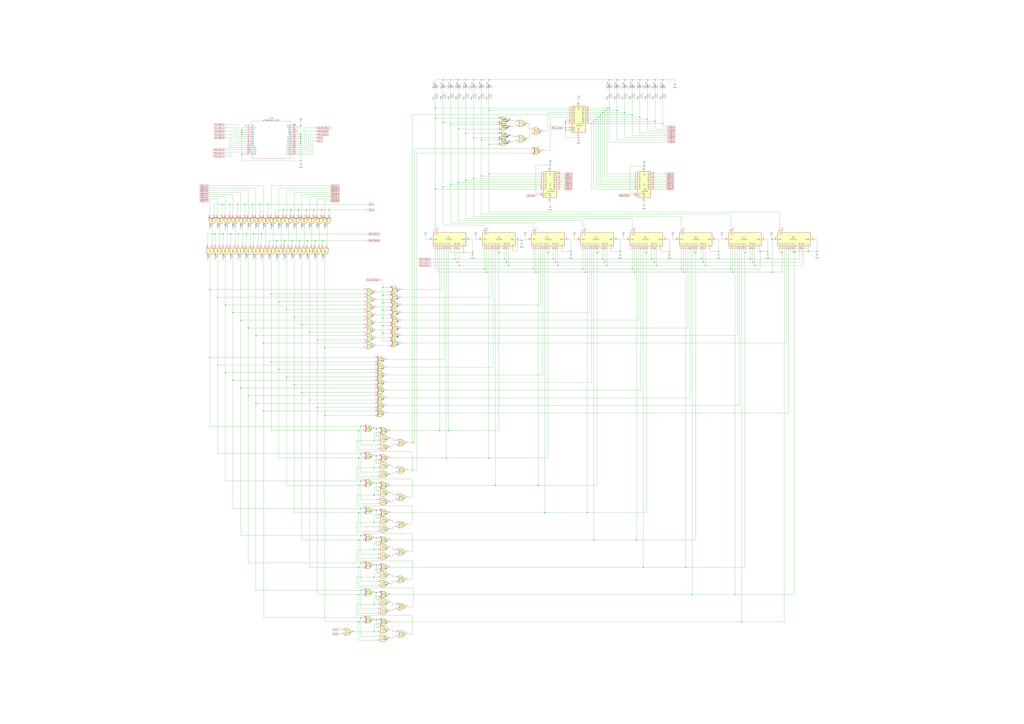
<source format=kicad_sch>
(kicad_sch (version 20230121) (generator eeschema)
  (paper "A0")
  (junction (at 896.62 316.23))
  (junction (at 850.9 316.23))
  (junction (at 280.67 179.07))
  (junction (at 270.51 363.22))
  (junction (at 436.88 529.59))
  (junction (at 622.3 316.23))
  (junction (at 377.19 482.6))
  (junction (at 347.98 279.4))
  (junction (at 694.69 135.89))
  (junction (at 341.63 447.04))
  (junction (at 725.17 92.71))
  (junction (at 532.13 149.86))
  (junction (at 567.69 128.27))
  (junction (at 505.46 219.71))
  (junction (at 742.95 135.89))
  (junction (at 349.25 166.37))
  (junction (at 697.23 133.35))
  (junction (at 374.65 279.4))
  (junction (at 306.07 477.52))
  (junction (at 873.76 304.8))
  (junction (at 558.8 204.47))
  (junction (at 647.7 308.61))
  (junction (at 436.88 656.59))
  (junction (at 736.6 316.23))
  (junction (at 285.75 271.78))
  (junction (at 266.7 237.49))
  (junction (at 436.88 624.84))
  (junction (at 562.61 312.42))
  (junction (at 444.5 387.35))
  (junction (at 656.59 151.13))
  (junction (at 419.1 558.8))
  (junction (at 478.79 514.35))
  (junction (at 257.81 237.49))
  (junction (at 777.24 292.1))
  (junction (at 756.92 300.99))
  (junction (at 689.61 627.38))
  (junction (at 302.26 237.49))
  (junction (at 355.6 243.84))
  (junction (at 807.72 293.37))
  (junction (at 416.56 500.38))
  (junction (at 505.46 137.16))
  (junction (at 444.5 369.57))
  (junction (at 436.88 561.34))
  (junction (at 549.91 207.01))
  (junction (at 419.1 590.55))
  (junction (at 541.02 209.55))
  (junction (at 416.56 722.63))
  (junction (at 434.34 734.06))
  (junction (at 742.95 92.71))
  (junction (at 350.52 377.19))
  (junction (at 769.62 143.51))
  (junction (at 662.94 292.1))
  (junction (at 434.34 575.31))
  (junction (at 734.06 92.71))
  (junction (at 759.46 304.8))
  (junction (at 590.55 308.61))
  (junction (at 699.77 130.81))
  (junction (at 349.25 163.83))
  (junction (at 323.85 429.26))
  (junction (at 284.48 237.49))
  (junction (at 588.01 304.8))
  (junction (at 416.56 532.13))
  (junction (at 280.67 151.13))
  (junction (at 280.67 153.67))
  (junction (at 279.4 450.85))
  (junction (at 373.38 243.84))
  (junction (at 567.69 92.71))
  (junction (at 548.64 293.37))
  (junction (at 377.19 403.86))
  (junction (at 288.29 459.74))
  (junction (at 416.56 659.13))
  (junction (at 416.56 690.88))
  (junction (at 364.49 243.84))
  (junction (at 520.7 500.38))
  (junction (at 882.65 292.1))
  (junction (at 323.85 350.52))
  (junction (at 436.88 593.09))
  (junction (at 739.14 627.38))
  (junction (at 261.62 354.33))
  (junction (at 645.16 304.8))
  (junction (at 250.19 271.78))
  (junction (at 252.73 424.18))
  (junction (at 419.1 685.8))
  (junction (at 734.06 312.42))
  (junction (at 707.39 125.73))
  (junction (at 314.96 341.63))
  (junction (at 276.86 271.78))
  (junction (at 346.71 243.84))
  (junction (at 734.06 133.35))
  (junction (at 275.59 237.49))
  (junction (at 861.06 722.63))
  (junction (at 791.21 312.42))
  (junction (at 436.88 720.09))
  (junction (at 419.1 717.55))
  (junction (at 803.91 690.88))
  (junction (at 619.76 312.42))
  (junction (at 311.15 237.49))
  (junction (at 332.74 359.41))
  (junction (at 359.41 464.82))
  (junction (at 699.77 300.99))
  (junction (at 704.85 308.61))
  (junction (at 725.17 130.81))
  (junction (at 514.35 142.24))
  (junction (at 279.4 372.11))
  (junction (at 436.88 688.34))
  (junction (at 349.25 161.29))
  (junction (at 720.09 292.1))
  (junction (at 434.34 638.81))
  (junction (at 938.53 292.1))
  (junction (at 243.84 415.29))
  (junction (at 689.61 140.97))
  (junction (at 528.32 300.99))
  (junction (at 922.02 293.37))
  (junction (at 702.31 304.8))
  (junction (at 751.84 92.71))
  (junction (at 328.93 243.84))
  (junction (at 280.67 156.21))
  (junction (at 419.1 622.3))
  (junction (at 314.96 420.37))
  (junction (at 306.07 398.78))
  (junction (at 337.82 243.84))
  (junction (at 349.25 156.21))
  (junction (at 434.34 511.81))
  (junction (at 679.45 316.23))
  (junction (at 567.69 532.13))
  (junction (at 908.05 293.37))
  (junction (at 541.02 154.94))
  (junction (at 267.97 271.78))
  (junction (at 585.47 300.99))
  (junction (at 303.53 271.78))
  (junction (at 349.25 186.69))
  (junction (at 796.29 659.13))
  (junction (at 252.73 345.44))
  (junction (at 814.07 300.99))
  (junction (at 261.62 433.07))
  (junction (at 707.39 92.71))
  (junction (at 819.15 308.61))
  (junction (at 532.13 212.09))
  (junction (at 760.73 140.97))
  (junction (at 834.39 292.1))
  (junction (at 243.84 336.55))
  (junction (at 948.69 292.1))
  (junction (at 416.56 563.88))
  (junction (at 896.62 278.13))
  (junction (at 416.56 627.38))
  (junction (at 478.79 546.1))
  (junction (at 518.16 532.13))
  (junction (at 532.13 92.71))
  (junction (at 368.3 394.97))
  (junction (at 523.24 144.78))
  (junction (at 681.99 595.63))
  (junction (at 293.37 237.49))
  (junction (at 687.07 143.51))
  (junction (at 416.56 595.63))
  (junction (at 332.74 438.15))
  (junction (at 575.31 563.88))
  (junction (at 864.87 293.37))
  (junction (at 848.36 312.42))
  (junction (at 642.62 300.99))
  (junction (at 365.76 279.4))
  (junction (at 871.22 300.99))
  (junction (at 514.35 217.17))
  (junction (at 530.86 304.8))
  (junction (at 716.28 128.27))
  (junction (at 760.73 92.71))
  (junction (at 350.52 455.93))
  (junction (at 444.5 378.46))
  (junction (at 434.34 702.31))
  (junction (at 793.75 316.23))
  (junction (at 876.3 308.61))
  (junction (at 523.24 214.63))
  (junction (at 514.35 92.71))
  (junction (at 297.18 468.63))
  (junction (at 510.54 500.38))
  (junction (at 692.15 138.43))
  (junction (at 751.84 138.43))
  (junction (at 558.8 92.71))
  (junction (at 816.61 304.8))
  (junction (at 671.83 160.02))
  (junction (at 656.59 148.59))
  (junction (at 444.5 351.79))
  (junction (at 638.81 191.77))
  (junction (at 444.5 360.68))
  (junction (at 750.57 293.37))
  (junction (at 368.3 473.71))
  (junction (at 567.69 167.64))
  (junction (at 359.41 386.08))
  (junction (at 434.34 670.56))
  (junction (at 762 308.61))
  (junction (at 419.1 654.05))
  (junction (at 704.85 125.73))
  (junction (at 419.1 495.3))
  (junction (at 632.46 595.63))
  (junction (at 891.54 292.1))
  (junction (at 356.87 279.4))
  (junction (at 538.48 293.37))
  (junction (at 436.88 497.84))
  (junction (at 444.5 342.9))
  (junction (at 853.44 690.88))
  (junction (at 419.1 527.05))
  (junction (at 746.76 659.13))
  (junction (at 339.09 279.4))
  (junction (at 321.31 279.4))
  (junction (at 505.46 125.73))
  (junction (at 341.63 368.3))
  (junction (at 444.5 334.01))
  (junction (at 297.18 389.89))
  (junction (at 565.15 316.23))
  (junction (at 349.25 146.05))
  (junction (at 579.12 293.37))
  (junction (at 382.27 243.84))
  (junction (at 349.25 158.75))
  (junction (at 541.02 92.71))
  (junction (at 558.8 162.56))
  (junction (at 259.08 271.78))
  (junction (at 294.64 271.78))
  (junction (at 533.4 308.61))
  (junction (at 523.24 92.71))
  (junction (at 330.2 279.4))
  (junction (at 716.28 92.71))
  (junction (at 270.51 441.96))
  (junction (at 434.34 607.06))
  (junction (at 549.91 160.02))
  (junction (at 624.84 563.88))
  (junction (at 434.34 543.56))
  (junction (at 702.31 128.27))
  (junction (at 676.91 312.42))
  (junction (at 748.03 193.04))
  (junction (at 567.69 201.93))
  (junction (at 656.59 140.97))
  (junction (at 605.79 279.4))
  (junction (at 693.42 293.37))
  (junction (at 769.62 92.71))
  (junction (at 636.27 293.37))
  (junction (at 549.91 92.71))
  (junction (at 656.59 143.51))
  (junction (at 288.29 381))
  (no_connect (at 565.15 265.43))
  (no_connect (at 736.6 265.43))
  (no_connect (at 850.9 265.43))
  (no_connect (at 679.45 265.43))
  (no_connect (at 508 265.43))
  (no_connect (at 622.3 265.43))
  (no_connect (at 908.05 265.43))
  (no_connect (at 793.75 265.43))
  (wire (pts (xy 306.07 398.78) (xy 306.07 477.52)))
  (wire (pts (xy 922.02 293.37) (xy 922.02 690.88)))
  (wire (pts (xy 466.09 354.33) (xy 627.38 354.33)))
  (wire (pts (xy 248.92 237.49) (xy 248.92 248.92)))
  (wire (pts (xy 707.39 92.71) (xy 716.28 92.71)))
  (wire (pts (xy 243.84 495.3) (xy 419.1 495.3)))
  (wire (pts (xy 284.48 237.49) (xy 284.48 248.92)))
  (wire (pts (xy 577.85 290.83) (xy 577.85 293.37)))
  (wire (pts (xy 505.46 96.52) (xy 505.46 92.71)))
  (wire (pts (xy 455.93 607.06) (xy 455.93 604.52)))
  (wire (pts (xy 341.63 368.3) (xy 341.63 447.04)))
  (wire (pts (xy 466.09 336.55) (xy 513.08 336.55)))
  (wire (pts (xy 419.1 654.05) (xy 420.37 654.05)))
  (wire (pts (xy 306.07 477.52) (xy 434.34 477.52)))
  (wire (pts (xy 345.44 161.29) (xy 349.25 161.29)))
  (wire (pts (xy 416.56 659.13) (xy 420.37 659.13)))
  (wire (pts (xy 850.9 316.23) (xy 850.9 290.83)))
  (wire (pts (xy 416.56 712.47) (xy 416.56 690.88)))
  (wire (pts (xy 508 316.23) (xy 565.15 316.23)))
  (wire (pts (xy 520.7 500.38) (xy 510.54 500.38)))
  (wire (pts (xy 382.27 243.84) (xy 426.72 243.84)))
  (wire (pts (xy 453.39 500.38) (xy 510.54 500.38)))
  (wire (pts (xy 831.85 278.13) (xy 834.39 278.13)))
  (wire (pts (xy 806.45 290.83) (xy 806.45 293.37)))
  (wire (pts (xy 638.81 135.89) (xy 638.81 175.26)))
  (wire (pts (xy 455.93 614.68) (xy 455.93 612.14)))
  (wire (pts (xy 622.3 227.33) (xy 626.11 227.33)))
  (wire (pts (xy 419.1 685.8) (xy 419.1 707.39)))
  (wire (pts (xy 243.84 299.72) (xy 243.84 336.55)))
  (wire (pts (xy 654.05 148.59) (xy 656.59 148.59)))
  (wire (pts (xy 720.09 292.1) (xy 720.09 294.64)))
  (wire (pts (xy 355.6 243.84) (xy 355.6 248.92)))
  (wire (pts (xy 458.47 511.81) (xy 455.93 511.81)))
  (wire (pts (xy 259.08 271.78) (xy 267.97 271.78)))
  (wire (pts (xy 270.51 441.96) (xy 270.51 590.55)))
  (wire (pts (xy 624.84 563.88) (xy 624.84 290.83)))
  (wire (pts (xy 538.48 293.37) (xy 548.64 293.37)))
  (wire (pts (xy 750.57 293.37) (xy 750.57 595.63)))
  (wire (pts (xy 694.69 135.89) (xy 742.95 135.89)))
  (wire (pts (xy 434.34 629.92) (xy 438.15 629.92)))
  (wire (pts (xy 541.02 115.57) (xy 541.02 154.94)))
  (wire (pts (xy 359.41 386.08) (xy 421.64 386.08)))
  (wire (pts (xy 434.34 670.56) (xy 434.34 661.67)))
  (wire (pts (xy 341.63 595.63) (xy 416.56 595.63)))
  (wire (pts (xy 473.71 609.6) (xy 478.79 609.6)))
  (wire (pts (xy 744.22 453.39) (xy 449.58 453.39)))
  (wire (pts (xy 261.62 156.21) (xy 269.24 156.21)))
  (wire (pts (xy 514.35 142.24) (xy 514.35 217.17)))
  (wire (pts (xy 416.56 595.63) (xy 420.37 595.63)))
  (wire (pts (xy 725.17 96.52) (xy 725.17 92.71)))
  (wire (pts (xy 656.59 148.59) (xy 659.13 148.59)))
  (wire (pts (xy 435.61 593.09) (xy 436.88 593.09)))
  (wire (pts (xy 350.52 226.06) (xy 383.54 226.06)))
  (wire (pts (xy 274.32 148.59) (xy 274.32 161.29)))
  (wire (pts (xy 262.89 171.45) (xy 262.89 173.99)))
  (wire (pts (xy 518.16 532.13) (xy 567.69 532.13)))
  (wire (pts (xy 595.63 292.1) (xy 600.71 292.1)))
  (wire (pts (xy 419.1 495.3) (xy 419.1 516.89)))
  (wire (pts (xy 896.62 278.13) (xy 895.35 278.13)))
  (wire (pts (xy 308.61 264.16) (xy 308.61 284.48)))
  (wire (pts (xy 455.93 668.02) (xy 453.39 668.02)))
  (wire (pts (xy 518.16 290.83) (xy 518.16 532.13)))
  (wire (pts (xy 652.78 290.83) (xy 652.78 292.1)))
  (wire (pts (xy 510.54 290.83) (xy 510.54 500.38)))
  (wire (pts (xy 341.63 447.04) (xy 434.34 447.04)))
  (wire (pts (xy 453.39 627.38) (xy 689.61 627.38)))
  (wire (pts (xy 261.62 354.33) (xy 261.62 433.07)))
  (wire (pts (xy 759.46 304.8) (xy 816.61 304.8)))
  (wire (pts (xy 453.39 659.13) (xy 746.76 659.13)))
  (wire (pts (xy 567.69 92.71) (xy 707.39 92.71)))
  (wire (pts (xy 416.56 680.72) (xy 416.56 659.13)))
  (wire (pts (xy 321.31 279.4) (xy 330.2 279.4)))
  (wire (pts (xy 370.84 264.16) (xy 370.84 284.48)))
  (wire (pts (xy 863.6 290.83) (xy 863.6 293.37)))
  (wire (pts (xy 285.75 271.78) (xy 285.75 284.48)))
  (wire (pts (xy 350.52 377.19) (xy 350.52 455.93)))
  (wire (pts (xy 323.85 429.26) (xy 323.85 532.13)))
  (wire (pts (xy 478.79 609.6) (xy 478.79 588.01)))
  (wire (pts (xy 416.56 648.97) (xy 416.56 627.38)))
  (wire (pts (xy 353.06 148.59) (xy 353.06 168.91)))
  (wire (pts (xy 783.59 278.13) (xy 781.05 278.13)))
  (wire (pts (xy 377.19 233.68) (xy 383.54 233.68)))
  (wire (pts (xy 478.79 619.76) (xy 478.79 641.35)))
  (wire (pts (xy 434.34 575.31) (xy 434.34 566.42)))
  (wire (pts (xy 365.76 279.4) (xy 365.76 284.48)))
  (wire (pts (xy 505.46 107.95) (xy 505.46 104.14)))
  (wire (pts (xy 882.65 292.1) (xy 891.54 292.1)))
  (wire (pts (xy 306.07 477.52) (xy 306.07 717.55)))
  (wire (pts (xy 330.2 279.4) (xy 330.2 284.48)))
  (wire (pts (xy 303.53 271.78) (xy 303.53 284.48)))
  (wire (pts (xy 358.14 156.21) (xy 367.03 156.21)))
  (wire (pts (xy 554.99 278.13) (xy 552.45 278.13)))
  (wire (pts (xy 330.2 279.4) (xy 339.09 279.4)))
  (wire (pts (xy 687.07 143.51) (xy 687.07 219.71)))
  (wire (pts (xy 558.8 162.56) (xy 577.85 162.56)))
  (wire (pts (xy 814.07 300.99) (xy 871.22 300.99)))
  (wire (pts (xy 455.93 551.18) (xy 455.93 548.64)))
  (wire (pts (xy 505.46 312.42) (xy 562.61 312.42)))
  (wire (pts (xy 662.94 292.1) (xy 662.94 294.64)))
  (wire (pts (xy 455.93 707.39) (xy 458.47 707.39)))
  (wire (pts (xy 707.39 125.73) (xy 707.39 165.1)))
  (wire (pts (xy 350.52 455.93) (xy 350.52 627.38)))
  (wire (pts (xy 734.06 107.95) (xy 734.06 104.14)))
  (wire (pts (xy 444.5 387.35) (xy 444.5 396.24)))
  (wire (pts (xy 709.93 292.1) (xy 720.09 292.1)))
  (wire (pts (xy 760.73 201.93) (xy 773.43 201.93)))
  (wire (pts (xy 615.95 172.72) (xy 481.33 172.72)))
  (wire (pts (xy 619.76 259.08) (xy 619.76 265.43)))
  (wire (pts (xy 243.84 415.29) (xy 434.34 415.29)))
  (wire (pts (xy 781.05 274.32) (xy 781.05 278.13)))
  (wire (pts (xy 455.93 582.93) (xy 455.93 580.39)))
  (wire (pts (xy 908.05 293.37) (xy 908.05 290.83)))
  (wire (pts (xy 436.88 728.98) (xy 438.15 728.98)))
  (wire (pts (xy 266.7 160.02) (xy 261.62 160.02)))
  (wire (pts (xy 595.63 165.1) (xy 595.63 163.83)))
  (wire (pts (xy 656.59 138.43) (xy 656.59 140.97)))
  (wire (pts (xy 434.34 702.31) (xy 434.34 693.42)))
  (wire (pts (xy 416.56 627.38) (xy 420.37 627.38)))
  (wire (pts (xy 434.34 420.37) (xy 314.96 420.37)))
  (wire (pts (xy 266.7 237.49) (xy 275.59 237.49)))
  (wire (pts (xy 659.13 130.81) (xy 636.27 130.81)))
  (wire (pts (xy 777.24 278.13) (xy 777.24 292.1)))
  (wire (pts (xy 312.42 279.4) (xy 321.31 279.4)))
  (wire (pts (xy 656.59 151.13) (xy 659.13 151.13)))
  (wire (pts (xy 636.27 293.37) (xy 637.54 293.37)))
  (wire (pts (xy 938.53 292.1) (xy 918.21 292.1)))
  (wire (pts (xy 514.35 107.95) (xy 514.35 104.14)))
  (wire (pts (xy 769.62 115.57) (xy 769.62 143.51)))
  (wire (pts (xy 567.69 246.38) (xy 905.51 246.38)))
  (wire (pts (xy 345.44 168.91) (xy 353.06 168.91)))
  (wire (pts (xy 478.79 133.35) (xy 478.79 514.35)))
  (wire (pts (xy 532.13 96.52) (xy 532.13 92.71)))
  (wire (pts (xy 549.91 92.71) (xy 558.8 92.71)))
  (wire (pts (xy 449.58 426.72) (xy 572.77 426.72)))
  (wire (pts (xy 466.09 389.89) (xy 855.98 389.89)))
  (wire (pts (xy 600.71 279.4) (xy 605.79 279.4)))
  (wire (pts (xy 436.88 601.98) (xy 438.15 601.98)))
  (wire (pts (xy 449.58 462.28) (xy 801.37 462.28)))
  (wire (pts (xy 365.76 279.4) (xy 374.65 279.4)))
  (wire (pts (xy 382.27 243.84) (xy 382.27 248.92)))
  (wire (pts (xy 377.19 482.6) (xy 434.34 482.6)))
  (wire (pts (xy 603.25 278.13) (xy 605.79 278.13)))
  (wire (pts (xy 676.91 312.42) (xy 734.06 312.42)))
  (wire (pts (xy 614.68 149.86) (xy 614.68 143.51)))
  (wire (pts (xy 280.67 151.13) (xy 284.48 151.13)))
  (wire (pts (xy 419.1 590.55) (xy 420.37 590.55)))
  (wire (pts (xy 923.29 293.37) (xy 923.29 290.83)))
  (wire (pts (xy 645.16 304.8) (xy 702.31 304.8)))
  (wire (pts (xy 297.18 685.8) (xy 419.1 685.8)))
  (wire (pts (xy 595.63 158.75) (xy 595.63 157.48)))
  (wire (pts (xy 436.88 633.73) (xy 438.15 633.73)))
  (wire (pts (xy 436.88 593.09) (xy 438.15 593.09)))
  (wire (pts (xy 876.3 308.61) (xy 876.3 290.83)))
  (wire (pts (xy 349.25 166.37) (xy 349.25 186.69)))
  (wire (pts (xy 473.71 673.1) (xy 478.79 673.1)))
  (wire (pts (xy 434.34 464.82) (xy 359.41 464.82)))
  (wire (pts (xy 558.8 107.95) (xy 558.8 104.14)))
  (wire (pts (xy 567.69 167.64) (xy 567.69 128.27)))
  (wire (pts (xy 275.59 248.92) (xy 275.59 237.49)))
  (wire (pts (xy 455.93 580.39) (xy 458.47 580.39)))
  (wire (pts (xy 588.01 304.8) (xy 645.16 304.8)))
  (wire (pts (xy 558.8 115.57) (xy 558.8 162.56)))
  (wire (pts (xy 242.57 223.52) (xy 279.4 223.52)))
  (wire (pts (xy 848.36 312.42) (xy 848.36 290.83)))
  (wire (pts (xy 466.09 372.11) (xy 741.68 372.11)))
  (wire (pts (xy 920.75 293.37) (xy 922.02 293.37)))
  (wire (pts (xy 769.62 143.51) (xy 769.62 147.32)))
  (wire (pts (xy 697.23 133.35) (xy 697.23 209.55)))
  (wire (pts (xy 938.53 292.1) (xy 948.69 292.1)))
  (wire (pts (xy 458.47 543.56) (xy 455.93 543.56)))
  (wire (pts (xy 481.33 172.72) (xy 481.33 514.35)))
  (wire (pts (xy 614.68 143.51) (xy 613.41 143.51)))
  (wire (pts (xy 796.29 659.13) (xy 796.29 290.83)))
  (wire (pts (xy 416.56 521.97) (xy 416.56 500.38)))
  (wire (pts (xy 436.88 624.84) (xy 436.88 633.73)))
  (wire (pts (xy 421.64 394.97) (xy 368.3 394.97)))
  (wire (pts (xy 288.29 654.05) (xy 419.1 654.05)))
  (wire (pts (xy 434.34 511.81) (xy 434.34 502.92)))
  (wire (pts (xy 642.62 300.99) (xy 699.77 300.99)))
  (wire (pts (xy 302.26 237.49) (xy 311.15 237.49)))
  (wire (pts (xy 328.93 243.84) (xy 328.93 248.92)))
  (wire (pts (xy 436.88 529.59) (xy 436.88 538.48)))
  (wire (pts (xy 455.93 646.43) (xy 455.93 643.89)))
  (wire (pts (xy 434.34 598.17) (xy 438.15 598.17)))
  (wire (pts (xy 615.95 149.86) (xy 614.68 149.86)))
  (wire (pts (xy 473.71 514.35) (xy 478.79 514.35)))
  (wire (pts (xy 269.24 166.37) (xy 284.48 166.37)))
  (wire (pts (xy 350.52 299.72) (xy 350.52 377.19)))
  (wire (pts (xy 558.8 248.92) (xy 848.36 248.92)))
  (wire (pts (xy 533.4 308.61) (xy 533.4 290.83)))
  (wire (pts (xy 360.68 160.02) (xy 367.03 160.02)))
  (wire (pts (xy 622.3 191.77) (xy 622.3 224.79)))
  (wire (pts (xy 332.74 220.98) (xy 332.74 248.92)))
  (wire (pts (xy 746.76 290.83) (xy 746.76 659.13)))
  (wire (pts (xy 284.48 237.49) (xy 293.37 237.49)))
  (wire (pts (xy 896.62 316.23) (xy 908.05 316.23)))
  (wire (pts (xy 297.18 389.89) (xy 297.18 468.63)))
  (wire (pts (xy 419.1 654.05) (xy 419.1 675.64)))
  (wire (pts (xy 242.57 226.06) (xy 270.51 226.06)))
  (wire (pts (xy 699.77 300.99) (xy 699.77 290.83)))
  (wire (pts (xy 651.51 201.93) (xy 655.32 201.93)))
  (wire (pts (xy 438.15 670.56) (xy 434.34 670.56)))
  (wire (pts (xy 435.61 720.09) (xy 436.88 720.09)))
  (wire (pts (xy 444.5 334.01) (xy 444.5 342.9)))
  (wire (pts (xy 280.67 156.21) (xy 280.67 153.67)))
  (wire (pts (xy 243.84 415.29) (xy 243.84 495.3)))
  (wire (pts (xy 684.53 363.22) (xy 466.09 363.22)))
  (wire (pts (xy 349.25 158.75) (xy 349.25 156.21)))
  (wire (pts (xy 275.59 237.49) (xy 284.48 237.49)))
  (wire (pts (xy 359.41 299.72) (xy 359.41 386.08)))
  (wire (pts (xy 347.98 279.4) (xy 347.98 284.48)))
  (wire (pts (xy 455.93 511.81) (xy 455.93 509.27)))
  (wire (pts (xy 455.93 575.31) (xy 455.93 572.77)))
  (wire (pts (xy 922.02 690.88) (xy 853.44 690.88)))
  (wire (pts (xy 414.02 607.06) (xy 434.34 607.06)))
  (wire (pts (xy 261.62 354.33) (xy 421.64 354.33)))
  (wire (pts (xy 532.13 149.86) (xy 532.13 212.09)))
  (wire (pts (xy 436.88 688.34) (xy 436.88 697.23)))
  (wire (pts (xy 434.34 629.92) (xy 434.34 638.81)))
  (wire (pts (xy 866.14 293.37) (xy 866.14 290.83)))
  (wire (pts (xy 285.75 271.78) (xy 294.64 271.78)))
  (wire (pts (xy 363.22 179.07) (xy 363.22 163.83)))
  (wire (pts (xy 679.45 316.23) (xy 679.45 290.83)))
  (wire (pts (xy 311.15 237.49) (xy 311.15 248.92)))
  (wire (pts (xy 478.79 736.6) (xy 478.79 715.01)))
  (wire (pts (xy 453.39 532.13) (xy 518.16 532.13)))
  (wire (pts (xy 453.39 646.43) (xy 455.93 646.43)))
  (wire (pts (xy 261.62 433.07) (xy 434.34 433.07)))
  (wire (pts (xy 480.06 704.85) (xy 480.06 683.26)))
  (wire (pts (xy 271.78 152.4) (xy 271.78 163.83)))
  (wire (pts (xy 532.13 92.71) (xy 541.02 92.71)))
  (wire (pts (xy 687.07 219.71) (xy 735.33 219.71)))
  (wire (pts (xy 523.24 214.63) (xy 626.11 214.63)))
  (wire (pts (xy 290.83 264.16) (xy 290.83 284.48)))
  (wire (pts (xy 438.15 607.06) (xy 434.34 607.06)))
  (wire (pts (xy 347.98 279.4) (xy 356.87 279.4)))
  (wire (pts (xy 453.39 709.93) (xy 455.93 709.93)))
  (wire (pts (xy 889 278.13) (xy 891.54 278.13)))
  (wire (pts (xy 760.73 140.97) (xy 760.73 149.86)))
  (wire (pts (xy 419.1 527.05) (xy 420.37 527.05)))
  (wire (pts (xy 279.4 450.85) (xy 434.34 450.85)))
  (wire (pts (xy 638.81 190.5) (xy 638.81 191.77)))
  (wire (pts (xy 419.1 622.3) (xy 419.1 643.89)))
  (wire (pts (xy 632.46 595.63) (xy 681.99 595.63)))
  (wire (pts (xy 436.88 561.34) (xy 438.15 561.34)))
  (wire (pts (xy 895.35 274.32) (xy 895.35 278.13)))
  (wire (pts (xy 455.93 638.81) (xy 455.93 636.27)))
  (wire (pts (xy 436.88 506.73) (xy 438.15 506.73)))
  (wire (pts (xy 434.34 543.56) (xy 434.34 534.67)))
  (wire (pts (xy 436.88 383.54) (xy 450.85 383.54)))
  (wire (pts (xy 436.88 665.48) (xy 438.15 665.48)))
  (wire (pts (xy 523.24 293.37) (xy 538.48 293.37)))
  (wire (pts (xy 579.12 293.37) (xy 580.39 293.37)))
  (wire (pts (xy 455.93 734.06) (xy 455.93 731.52)))
  (wire (pts (xy 416.56 722.63) (xy 420.37 722.63)))
  (wire (pts (xy 455.93 548.64) (xy 458.47 548.64)))
  (wire (pts (xy 567.69 201.93) (xy 567.69 167.64)))
  (wire (pts (xy 500.38 300.99) (xy 528.32 300.99)))
  (wire (pts (xy 416.56 690.88) (xy 420.37 690.88)))
  (wire (pts (xy 570.23 290.83) (xy 570.23 345.44)))
  (wire (pts (xy 434.34 534.67) (xy 438.15 534.67)))
  (wire (pts (xy 709.93 290.83) (xy 709.93 292.1)))
  (wire (pts (xy 444.5 369.57) (xy 444.5 378.46)))
  (wire (pts (xy 656.59 140.97) (xy 659.13 140.97)))
  (wire (pts (xy 359.41 228.6) (xy 383.54 228.6)))
  (wire (pts (xy 762 308.61) (xy 762 290.83)))
  (wire (pts (xy 549.91 160.02) (xy 577.85 160.02)))
  (wire (pts (xy 279.4 622.3) (xy 419.1 622.3)))
  (wire (pts (xy 368.3 231.14) (xy 383.54 231.14)))
  (wire (pts (xy 458.47 670.56) (xy 455.93 670.56)))
  (wire (pts (xy 252.73 345.44) (xy 252.73 424.18)))
  (wire (pts (xy 567.69 167.64) (xy 577.85 167.64)))
  (wire (pts (xy 751.84 107.95) (xy 751.84 104.14)))
  (wire (pts (xy 918.21 292.1) (xy 918.21 290.83)))
  (wire (pts (xy 891.54 278.13) (xy 891.54 292.1)))
  (wire (pts (xy 523.24 259.08) (xy 619.76 259.08)))
  (wire (pts (xy 562.61 312.42) (xy 562.61 290.83)))
  (wire (pts (xy 434.34 725.17) (xy 438.15 725.17)))
  (wire (pts (xy 614.68 154.94) (xy 614.68 161.29)))
  (wire (pts (xy 861.06 722.63) (xy 910.59 722.63)))
  (wire (pts (xy 513.08 336.55) (xy 513.08 290.83)))
  (wire (pts (xy 419.1 717.55) (xy 420.37 717.55)))
  (wire (pts (xy 419.1 558.8) (xy 420.37 558.8)))
  (wire (pts (xy 609.6 274.32) (xy 609.6 278.13)))
  (wire (pts (xy 438.15 617.22) (xy 416.56 617.22)))
  (wire (pts (xy 252.73 424.18) (xy 434.34 424.18)))
  (wire (pts (xy 684.53 140.97) (xy 689.61 140.97)))
  (wire (pts (xy 341.63 447.04) (xy 341.63 595.63)))
  (wire (pts (xy 261.62 177.8) (xy 265.43 177.8)))
  (wire (pts (xy 434.34 566.42) (xy 438.15 566.42)))
  (wire (pts (xy 478.79 673.1) (xy 478.79 651.51)))
  (wire (pts (xy 532.13 212.09) (xy 532.13 256.54)))
  (wire (pts (xy 725.17 130.81) (xy 725.17 115.57)))
  (wire (pts (xy 344.17 264.16) (xy 344.17 284.48)))
  (wire (pts (xy 848.36 248.92) (xy 848.36 265.43)))
  (wire (pts (xy 444.5 351.79) (xy 444.5 360.68)))
  (wire (pts (xy 438.15 734.06) (xy 434.34 734.06)))
  (wire (pts (xy 549.91 207.01) (xy 626.11 207.01)))
  (wire (pts (xy 279.4 299.72) (xy 279.4 372.11)))
  (wire (pts (xy 515.62 290.83) (xy 515.62 417.83)))
  (wire (pts (xy 693.42 293.37) (xy 694.69 293.37)))
  (wire (pts (xy 458.47 575.31) (xy 455.93 575.31)))
  (wire (pts (xy 627.38 354.33) (xy 627.38 290.83)))
  (wire (pts (xy 577.85 293.37) (xy 579.12 293.37)))
  (wire (pts (xy 379.73 264.16) (xy 379.73 284.48)))
  (wire (pts (xy 734.06 312.42) (xy 791.21 312.42)))
  (wire (pts (xy 767.08 292.1) (xy 777.24 292.1)))
  (wire (pts (xy 635 293.37) (xy 636.27 293.37)))
  (wire (pts (xy 453.39 582.93) (xy 455.93 582.93)))
  (wire (pts (xy 692.15 138.43) (xy 692.15 214.63)))
  (wire (pts (xy 267.97 271.78) (xy 276.86 271.78)))
  (wire (pts (xy 726.44 278.13) (xy 723.9 278.13)))
  (wire (pts (xy 567.69 532.13) (xy 567.69 290.83)))
  (wire (pts (xy 436.88 656.59) (xy 436.88 665.48)))
  (wire (pts (xy 341.63 299.72) (xy 341.63 368.3)))
  (wire (pts (xy 681.99 290.83) (xy 681.99 595.63)))
  (wire (pts (xy 303.53 271.78) (xy 426.72 271.78)))
  (wire (pts (xy 530.86 304.8) (xy 500.38 304.8)))
  (wire (pts (xy 419.1 558.8) (xy 419.1 580.39)))
  (wire (pts (xy 453.39 551.18) (xy 455.93 551.18)))
  (wire (pts (xy 760.73 219.71) (xy 773.43 219.71)))
  (wire (pts (xy 693.42 563.88) (xy 624.84 563.88)))
  (wire (pts (xy 532.13 149.86) (xy 577.85 149.86)))
  (wire (pts (xy 579.12 293.37) (xy 579.12 500.38)))
  (wire (pts (xy 414.02 556.26) (xy 414.02 543.56)))
  (wire (pts (xy 704.85 308.61) (xy 704.85 290.83)))
  (wire (pts (xy 312.42 279.4) (xy 312.42 284.48)))
  (wire (pts (xy 297.18 468.63) (xy 434.34 468.63)))
  (wire (pts (xy 777.24 292.1) (xy 777.24 294.64)))
  (wire (pts (xy 270.51 248.92) (xy 270.51 226.06)))
  (wire (pts (xy 684.53 130.81) (xy 699.77 130.81)))
  (wire (pts (xy 572.77 426.72) (xy 572.77 290.83)))
  (wire (pts (xy 896.62 278.13) (xy 896.62 316.23)))
  (wire (pts (xy 541.02 254) (xy 734.06 254)))
  (wire (pts (xy 734.06 133.35) (xy 697.23 133.35)))
  (wire (pts (xy 692.15 293.37) (xy 693.42 293.37)))
  (wire (pts (xy 483.87 177.8) (xy 483.87 546.1)))
  (wire (pts (xy 241.3 271.78) (xy 250.19 271.78)))
  (wire (pts (xy 908.05 316.23) (xy 908.05 293.37)))
  (wire (pts (xy 453.39 519.43) (xy 455.93 519.43)))
  (wire (pts (xy 416.56 500.38) (xy 420.37 500.38)))
  (wire (pts (xy 858.52 290.83) (xy 858.52 471.17)))
  (wire (pts (xy 416.56 680.72) (xy 438.15 680.72)))
  (wire (pts (xy 419.1 717.55) (xy 419.1 739.14)))
  (wire (pts (xy 243.84 336.55) (xy 243.84 415.29)))
  (wire (pts (xy 769.62 96.52) (xy 769.62 92.71)))
  (wire (pts (xy 434.34 693.42) (xy 438.15 693.42)))
  (wire (pts (xy 306.07 717.55) (xy 419.1 717.55)))
  (wire (pts (xy 455.93 702.31) (xy 455.93 699.77)))
  (wire (pts (xy 769.62 107.95) (xy 769.62 104.14)))
  (wire (pts (xy 355.6 171.45) (xy 355.6 152.4)))
  (wire (pts (xy 541.02 209.55) (xy 541.02 254)))
  (wire (pts (xy 314.96 420.37) (xy 314.96 500.38)))
  (wire (pts (xy 669.29 278.13) (xy 666.75 278.13)))
  (wire (pts (xy 622.3 316.23) (xy 622.3 290.83)))
  (wire (pts (xy 523.24 107.95) (xy 523.24 104.14)))
  (wire (pts (xy 793.75 316.23) (xy 850.9 316.23)))
  (wire (pts (xy 436.88 365.76) (xy 450.85 365.76)))
  (wire (pts (xy 863.6 293.37) (xy 864.87 293.37)))
  (wire (pts (xy 612.14 278.13) (xy 609.6 278.13)))
  (wire (pts (xy 638.81 234.95) (xy 638.81 238.76)))
  (wire (pts (xy 281.94 264.16) (xy 281.94 284.48)))
  (wire (pts (xy 575.31 290.83) (xy 575.31 563.88)))
  (wire (pts (xy 360.68 176.53) (xy 360.68 160.02)))
  (wire (pts (xy 864.87 659.13) (xy 796.29 659.13)))
  (wire (pts (xy 271.78 163.83) (xy 284.48 163.83)))
  (wire (pts (xy 328.93 243.84) (xy 337.82 243.84)))
  (wire (pts (xy 335.28 264.16) (xy 335.28 284.48)))
  (wire (pts (xy 449.58 444.5) (xy 687.07 444.5)))
  (wire (pts (xy 414.02 524.51) (xy 478.79 524.51)))
  (wire (pts (xy 697.23 209.55) (xy 735.33 209.55)))
  (wire (pts (xy 760.73 217.17) (xy 773.43 217.17)))
  (wire (pts (xy 694.69 212.09) (xy 735.33 212.09)))
  (wire (pts (xy 323.85 350.52) (xy 323.85 429.26)))
  (wire (pts (xy 751.84 115.57) (xy 751.84 138.43)))
  (wire (pts (xy 742.95 107.95) (xy 742.95 104.14)))
  (wire (pts (xy 270.51 299.72) (xy 270.51 363.22)))
  (wire (pts (xy 455.93 516.89) (xy 458.47 516.89)))
  (wire (pts (xy 920.75 290.83) (xy 920.75 293.37)))
  (wire (pts (xy 444.5 342.9) (xy 450.85 342.9)))
  (wire (pts (xy 435.61 561.34) (xy 436.88 561.34)))
  (wire (pts (xy 629.92 290.83) (xy 629.92 435.61)))
  (wire (pts (xy 478.79 577.85) (xy 478.79 556.26)))
  (wire (pts (xy 505.46 115.57) (xy 505.46 125.73)))
  (wire (pts (xy 421.64 398.78) (xy 306.07 398.78)))
  (wire (pts (xy 276.86 271.78) (xy 276.86 284.48)))
  (wire (pts (xy 434.34 607.06) (xy 434.34 598.17)))
  (wire (pts (xy 913.13 398.78) (xy 466.09 398.78)))
  (wire (pts (xy 532.13 115.57) (xy 532.13 149.86)))
  (wire (pts (xy 514.35 115.57) (xy 514.35 142.24)))
  (wire (pts (xy 444.5 387.35) (xy 450.85 387.35)))
  (wire (pts (xy 453.39 741.68) (xy 455.93 741.68)))
  (wire (pts (xy 684.53 135.89) (xy 694.69 135.89)))
  (wire (pts (xy 419.1 622.3) (xy 420.37 622.3)))
  (wire (pts (xy 532.13 107.95) (xy 532.13 104.14)))
  (wire (pts (xy 345.44 171.45) (xy 355.6 171.45)))
  (wire (pts (xy 707.39 107.95) (xy 707.39 104.14)))
  (wire (pts (xy 276.86 271.78) (xy 285.75 271.78)))
  (wire (pts (xy 274.32 161.29) (xy 284.48 161.29)))
  (wire (pts (xy 455.93 519.43) (xy 455.93 516.89)))
  (wire (pts (xy 419.1 527.05) (xy 419.1 548.64)))
  (wire (pts (xy 250.19 271.78) (xy 259.08 271.78)))
  (wire (pts (xy 455.93 572.77) (xy 453.39 572.77)))
  (wire (pts (xy 436.88 720.09) (xy 438.15 720.09)))
  (wire (pts (xy 946.15 278.13) (xy 948.69 278.13)))
  (wire (pts (xy 515.62 417.83) (xy 449.58 417.83)))
  (wire (pts (xy 565.15 316.23) (xy 565.15 290.83)))
  (wire (pts (xy 806.45 293.37) (xy 807.72 293.37)))
  (wire (pts (xy 760.73 140.97) (xy 760.73 115.57)))
  (wire (pts (xy 514.35 217.17) (xy 514.35 261.62)))
  (wire (pts (xy 897.89 278.13) (xy 896.62 278.13)))
  (wire (pts (xy 615.95 154.94) (xy 614.68 154.94)))
  (wire (pts (xy 455.93 731.52) (xy 453.39 731.52)))
  (wire (pts (xy 279.4 248.92) (xy 279.4 223.52)))
  (wire (pts (xy 314.96 215.9) (xy 314.96 248.92)))
  (wire (pts (xy 651.51 212.09) (xy 655.32 212.09)))
  (wire (pts (xy 760.73 207.01) (xy 773.43 207.01)))
  (wire (pts (xy 436.88 392.43) (xy 450.85 392.43)))
  (wire (pts (xy 760.73 107.95) (xy 760.73 104.14)))
  (wire (pts (xy 567.69 201.93) (xy 626.11 201.93)))
  (wire (pts (xy 332.74 359.41) (xy 332.74 438.15)))
  (wire (pts (xy 345.44 166.37) (xy 349.25 166.37)))
  (wire (pts (xy 436.88 570.23) (xy 438.15 570.23)))
  (wire (pts (xy 436.88 720.09) (xy 436.88 728.98)))
  (wire (pts (xy 505.46 125.73) (xy 659.13 125.73)))
  (wire (pts (xy 270.51 363.22) (xy 270.51 441.96)))
  (wire (pts (xy 473.71 641.35) (xy 478.79 641.35)))
  (wire (pts (xy 345.44 176.53) (xy 360.68 176.53)))
  (wire (pts (xy 748.03 193.04) (xy 731.52 193.04)))
  (wire (pts (xy 455.93 709.93) (xy 455.93 707.39)))
  (wire (pts (xy 636.27 293.37) (xy 636.27 532.13)))
  (wire (pts (xy 257.81 237.49) (xy 266.7 237.49)))
  (wire (pts (xy 259.08 271.78) (xy 259.08 284.48)))
  (wire (pts (xy 346.71 248.92) (xy 346.71 243.84)))
  (wire (pts (xy 455.93 636.27) (xy 453.39 636.27)))
  (wire (pts (xy 538.48 290.83) (xy 538.48 293.37)))
  (wire (pts (xy 734.06 312.42) (xy 734.06 290.83)))
  (wire (pts (xy 332.74 220.98) (xy 383.54 220.98)))
  (wire (pts (xy 414.02 683.26) (xy 480.06 683.26)))
  (wire (pts (xy 532.13 256.54) (xy 676.91 256.54)))
  (wire (pts (xy 749.3 293.37) (xy 750.57 293.37)))
  (wire (pts (xy 585.47 300.99) (xy 642.62 300.99)))
  (wire (pts (xy 297.18 468.63) (xy 297.18 685.8)))
  (wire (pts (xy 444.5 360.68) (xy 444.5 369.57)))
  (wire (pts (xy 523.24 290.83) (xy 523.24 293.37)))
  (wire (pts (xy 548.64 278.13) (xy 548.64 293.37)))
  (wire (pts (xy 508 290.83) (xy 508 316.23)))
  (wire (pts (xy 514.35 142.24) (xy 577.85 142.24)))
  (wire (pts (xy 881.38 292.1) (xy 882.65 292.1)))
  (wire (pts (xy 453.39 690.88) (xy 803.91 690.88)))
  (wire (pts (xy 725.17 92.71) (xy 734.06 92.71)))
  (wire (pts (xy 455.93 670.56) (xy 455.93 668.02)))
  (wire (pts (xy 871.22 300.99) (xy 871.22 290.83)))
  (wire (pts (xy 759.46 304.8) (xy 759.46 290.83)))
  (wire (pts (xy 631.19 152.4) (xy 636.27 152.4)))
  (wire (pts (xy 656.59 143.51) (xy 659.13 143.51)))
  (wire (pts (xy 483.87 546.1) (xy 478.79 546.1)))
  (wire (pts (xy 419.1 739.14) (xy 438.15 739.14)))
  (wire (pts (xy 361.95 264.16) (xy 361.95 284.48)))
  (wire (pts (xy 699.77 300.99) (xy 756.92 300.99)))
  (wire (pts (xy 473.71 704.85) (xy 480.06 704.85)))
  (wire (pts (xy 436.88 356.87) (xy 450.85 356.87)))
  (wire (pts (xy 356.87 279.4) (xy 356.87 284.48)))
  (wire (pts (xy 453.39 614.68) (xy 455.93 614.68)))
  (wire (pts (xy 280.67 156.21) (xy 280.67 179.07)))
  (wire (pts (xy 252.73 424.18) (xy 252.73 527.05)))
  (wire (pts (xy 567.69 107.95) (xy 567.69 104.14)))
  (wire (pts (xy 702.31 128.27) (xy 702.31 204.47)))
  (wire (pts (xy 455.93 509.27) (xy 453.39 509.27)))
  (wire (pts (xy 288.29 299.72) (xy 288.29 381)))
  (wire (pts (xy 748.03 193.04) (xy 748.03 194.31)))
  (wire (pts (xy 595.63 163.83) (xy 598.17 163.83)))
  (wire (pts (xy 419.1 495.3) (xy 420.37 495.3)))
  (wire (pts (xy 270.51 590.55) (xy 419.1 590.55)))
  (wire (pts (xy 332.74 299.72) (xy 332.74 359.41)))
  (wire (pts (xy 816.61 304.8) (xy 816.61 290.83)))
  (wire (pts (xy 731.52 227.33) (xy 735.33 227.33)))
  (wire (pts (xy 438.15 585.47) (xy 416.56 585.47)))
  (wire (pts (xy 419.1 516.89) (xy 438.15 516.89)))
  (wire (pts (xy 807.72 293.37) (xy 808.99 293.37)))
  (wire (pts (xy 416.56 744.22) (xy 416.56 722.63)))
  (wire (pts (xy 662.94 278.13) (xy 662.94 292.1)))
  (wire (pts (xy 631.19 175.26) (xy 638.81 175.26)))
  (wire (pts (xy 279.4 450.85) (xy 279.4 622.3)))
  (wire (pts (xy 458.47 638.81) (xy 455.93 638.81)))
  (wire (pts (xy 349.25 156.21) (xy 345.44 156.21)))
  (wire (pts (xy 242.57 231.14) (xy 252.73 231.14)))
  (wire (pts (xy 725.17 160.02) (xy 774.7 160.02)))
  (wire (pts (xy 293.37 237.49) (xy 302.26 237.49)))
  (wire (pts (xy 434.34 661.67) (xy 438.15 661.67)))
  (wire (pts (xy 541.02 154.94) (xy 577.85 154.94)))
  (wire (pts (xy 288.29 220.98) (xy 288.29 248.92)))
  (wire (pts (xy 505.46 219.71) (xy 626.11 219.71)))
  (wire (pts (xy 435.61 624.84) (xy 436.88 624.84)))
  (wire (pts (xy 358.14 173.99) (xy 358.14 156.21)))
  (wire (pts (xy 416.56 617.22) (xy 416.56 595.63)))
  (wire (pts (xy 356.87 279.4) (xy 365.76 279.4)))
  (wire (pts (xy 864.87 293.37) (xy 866.14 293.37)))
  (wire (pts (xy 593.09 165.1) (xy 595.63 165.1)))
  (wire (pts (xy 242.57 233.68) (xy 243.84 233.68)))
  (wire (pts (xy 435.61 529.59) (xy 436.88 529.59)))
  (wire (pts (xy 767.08 290.83) (xy 767.08 292.1)))
  (wire (pts (xy 651.51 204.47) (xy 655.32 204.47)))
  (wire (pts (xy 577.85 137.16) (xy 505.46 137.16)))
  (wire (pts (xy 255.27 264.16) (xy 255.27 284.48)))
  (wire (pts (xy 377.19 482.6) (xy 377.19 722.63)))
  (wire (pts (xy 636.27 532.13) (xy 567.69 532.13)))
  (wire (pts (xy 798.83 290.83) (xy 798.83 381)))
  (wire (pts (xy 656.59 138.43) (xy 659.13 138.43)))
  (wire (pts (xy 453.39 678.18) (xy 455.93 678.18)))
  (wire (pts (xy 702.31 128.27) (xy 716.28 128.27)))
  (wire (pts (xy 734.06 133.35) (xy 734.06 157.48)))
  (wire (pts (xy 416.56 532.13) (xy 420.37 532.13)))
  (wire (pts (xy 933.45 308.61) (xy 933.45 290.83)))
  (wire (pts (xy 414.02 683.26) (xy 414.02 670.56)))
  (wire (pts (xy 297.18 299.72) (xy 297.18 389.89)))
  (wire (pts (xy 858.52 471.17) (xy 449.58 471.17)))
  (wire (pts (xy 731.52 193.04) (xy 731.52 224.79)))
  (wire (pts (xy 374.65 284.48) (xy 374.65 279.4)))
  (wire (pts (xy 528.32 300.99) (xy 585.47 300.99)))
  (wire (pts (xy 725.17 107.95) (xy 725.17 104.14)))
  (wire (pts (xy 374.65 279.4) (xy 426.72 279.4)))
  (wire (pts (xy 421.64 359.41) (xy 332.74 359.41)))
  (wire (pts (xy 434.34 473.71) (xy 368.3 473.71)))
  (wire (pts (xy 438.15 521.97) (xy 416.56 521.97)))
  (wire (pts (xy 359.41 659.13) (xy 416.56 659.13)))
  (wire (pts (xy 276.86 144.78) (xy 261.62 144.78)))
  (wire (pts (xy 651.51 217.17) (xy 655.32 217.17)))
  (wire (pts (xy 368.3 473.71) (xy 368.3 690.88)))
  (wire (pts (xy 762 308.61) (xy 819.15 308.61)))
  (wire (pts (xy 635 290.83) (xy 635 293.37)))
  (wire (pts (xy 438.15 575.31) (xy 434.34 575.31)))
  (wire (pts (xy 455.93 604.52) (xy 453.39 604.52)))
  (wire (pts (xy 436.88 347.98) (xy 450.85 347.98)))
  (wire (pts (xy 736.6 316.23) (xy 793.75 316.23)))
  (wire (pts (xy 913.13 290.83) (xy 913.13 398.78)))
  (wire (pts (xy 687.07 143.51) (xy 769.62 143.51)))
  (wire (pts (xy 280.67 156.21) (xy 284.48 156.21)))
  (wire (pts (xy 436.88 561.34) (xy 436.88 570.23)))
  (wire (pts (xy 306.07 299.72) (xy 306.07 398.78)))
  (wire (pts (xy 284.48 176.53) (xy 267.97 176.53)))
  (wire (pts (xy 505.46 92.71) (xy 514.35 92.71)))
  (wire (pts (xy 280.67 153.67) (xy 284.48 153.67)))
  (wire (pts (xy 242.57 218.44) (xy 297.18 218.44)))
  (wire (pts (xy 265.43 177.8) (xy 265.43 173.99)))
  (wire (pts (xy 744.22 290.83) (xy 744.22 453.39)))
  (wire (pts (xy 438.15 702.31) (xy 434.34 702.31)))
  (wire (pts (xy 791.21 312.42) (xy 791.21 290.83)))
  (wire (pts (xy 455.93 675.64) (xy 458.47 675.64)))
  (wire (pts (xy 704.85 125.73) (xy 704.85 201.93)))
  (wire (pts (xy 436.88 688.34) (xy 438.15 688.34)))
  (wire (pts (xy 853.44 290.83) (xy 853.44 690.88)))
  (wire (pts (xy 323.85 299.72) (xy 323.85 350.52)))
  (wire (pts (xy 377.19 403.86) (xy 421.64 403.86)))
  (wire (pts (xy 558.8 92.71) (xy 567.69 92.71)))
  (wire (pts (xy 636.27 130.81) (xy 636.27 152.4)))
  (wire (pts (xy 373.38 243.84) (xy 373.38 248.92)))
  (wire (pts (xy 760.73 212.09) (xy 773.43 212.09)))
  (wire (pts (xy 414.02 588.01) (xy 478.79 588.01)))
  (wire (pts (xy 605.79 279.4) (xy 605.79 281.94)))
  (wire (pts (xy 350.52 627.38) (xy 416.56 627.38)))
  (wire (pts (xy 716.28 96.52) (xy 716.28 92.71)))
  (wire (pts (xy 434.34 502.92) (xy 438.15 502.92)))
  (wire (pts (xy 242.57 215.9) (xy 306.07 215.9)))
  (wire (pts (xy 807.72 293.37) (xy 807.72 627.38)))
  (wire (pts (xy 436.88 529.59) (xy 438.15 529.59)))
  (wire (pts (xy 438.15 712.47) (xy 416.56 712.47)))
  (wire (pts (xy 436.88 374.65) (xy 450.85 374.65)))
  (wire (pts (xy 659.13 135.89) (xy 638.81 135.89)))
  (wire (pts (xy 671.83 160.02) (xy 671.83 161.29)))
  (wire (pts (xy 436.88 339.09) (xy 450.85 339.09)))
  (wire (pts (xy 598.17 158.75) (xy 595.63 158.75)))
  (wire (pts (xy 523.24 214.63) (xy 523.24 259.08)))
  (wire (pts (xy 341.63 223.52) (xy 383.54 223.52)))
  (wire (pts (xy 299.72 264.16) (xy 299.72 284.48)))
  (wire (pts (xy 716.28 107.95) (xy 716.28 104.14)))
  (wire (pts (xy 798.83 381) (xy 466.09 381)))
  (wire (pts (xy 595.63 139.7) (xy 593.09 139.7)))
  (wire (pts (xy 364.49 243.84) (xy 373.38 243.84)))
  (wire (pts (xy 414.02 511.81) (xy 434.34 511.81)))
  (wire (pts (xy 438.15 543.56) (xy 434.34 543.56)))
  (wire (pts (xy 455.93 643.89) (xy 458.47 643.89)))
  (wire (pts (xy 444.5 378.46) (xy 444.5 387.35)))
  (wire (pts (xy 905.51 290.83) (xy 905.51 293.37)))
  (wire (pts (xy 881.38 290.83) (xy 881.38 292.1)))
  (wire (pts (xy 751.84 138.43) (xy 751.84 152.4)))
  (wire (pts (xy 656.59 160.02) (xy 671.83 160.02)))
  (wire (pts (xy 760.73 204.47) (xy 773.43 204.47)))
  (wire (pts (xy 377.19 299.72) (xy 377.19 403.86)))
  (wire (pts (xy 345.44 173.99) (xy 358.14 173.99)))
  (wire (pts (xy 699.77 130.81) (xy 725.17 130.81)))
  (wire (pts (xy 807.72 627.38) (xy 739.14 627.38)))
  (wire (pts (xy 314.96 500.38) (xy 416.56 500.38)))
  (wire (pts (xy 339.09 279.4) (xy 347.98 279.4)))
  (wire (pts (xy 558.8 204.47) (xy 558.8 248.92)))
  (wire (pts (xy 453.39 722.63) (xy 861.06 722.63)))
  (wire (pts (xy 742.95 96.52) (xy 742.95 92.71)))
  (wire (pts (xy 793.75 316.23) (xy 793.75 290.83)))
  (wire (pts (xy 326.39 264.16) (xy 326.39 284.48)))
  (wire (pts (xy 359.41 386.08) (xy 359.41 464.82)))
  (wire (pts (xy 419.1 590.55) (xy 419.1 612.14)))
  (wire (pts (xy 600.71 292.1) (xy 600.71 279.4)))
  (wire (pts (xy 922.02 293.37) (xy 923.29 293.37)))
  (wire (pts (xy 416.56 563.88) (xy 420.37 563.88)))
  (wire (pts (xy 436.88 497.84) (xy 438.15 497.84)))
  (wire (pts (xy 345.44 158.75) (xy 349.25 158.75)))
  (wire (pts (xy 694.69 293.37) (xy 694.69 290.83)))
  (wire (pts (xy 915.67 480.06) (xy 915.67 290.83)))
  (wire (pts (xy 530.86 304.8) (xy 588.01 304.8)))
  (wire (pts (xy 855.98 389.89) (xy 855.98 290.83)))
  (wire (pts (xy 266.7 168.91) (xy 284.48 168.91)))
  (wire (pts (xy 363.22 163.83) (xy 367.03 163.83)))
  (wire (pts (xy 864.87 293.37) (xy 864.87 659.13)))
  (wire (pts (xy 734.06 157.48) (xy 774.7 157.48)))
  (wire (pts (xy 541.02 107.95) (xy 541.02 104.14)))
  (wire (pts (xy 871.22 300.99) (xy 928.37 300.99)))
  (wire (pts (xy 314.96 215.9) (xy 383.54 215.9)))
  (wire (pts (xy 656.59 148.59) (xy 656.59 151.13)))
  (wire (pts (xy 505.46 219.71) (xy 505.46 265.43)))
  (wire (pts (xy 676.91 256.54) (xy 676.91 265.43)))
  (wire (pts (xy 735.33 214.63) (xy 692.15 214.63)))
  (wire (pts (xy 645.16 304.8) (xy 645.16 290.83)))
  (wire (pts (xy 629.92 435.61) (xy 449.58 435.61)))
  (wire (pts (xy 414.02 575.31) (xy 434.34 575.31)))
  (wire (pts (xy 276.86 158.75) (xy 276.86 144.78)))
  (wire (pts (xy 279.4 372.11) (xy 279.4 450.85)))
  (wire (pts (xy 523.24 144.78) (xy 523.24 214.63)))
  (wire (pts (xy 359.41 464.82) (xy 359.41 659.13)))
  (wire (pts (xy 455.93 741.68) (xy 455.93 739.14)))
  (wire (pts (xy 419.1 685.8) (xy 420.37 685.8)))
  (wire (pts (xy 377.19 233.68) (xy 377.19 248.92)))
  (wire (pts (xy 614.68 161.29) (xy 613.41 161.29)))
  (wire (pts (xy 751.84 293.37) (xy 751.84 290.83)))
  (wire (pts (xy 595.63 146.05) (xy 595.63 147.32)))
  (wire (pts (xy 434.34 734.06) (xy 434.34 725.17)))
  (wire (pts (xy 419.1 580.39) (xy 438.15 580.39)))
  (wire (pts (xy 453.39 595.63) (xy 632.46 595.63)))
  (wire (pts (xy 450.85 369.57) (xy 444.5 369.57)))
  (wire (pts (xy 349.25 161.29) (xy 349.25 158.75)))
  (wire (pts (xy 332.74 438.15) (xy 332.74 563.88)))
  (wire (pts (xy 436.88 401.32) (xy 450.85 401.32)))
  (wire (pts (xy 622.3 224.79) (xy 626.11 224.79)))
  (wire (pts (xy 819.15 308.61) (xy 819.15 290.83)))
  (wire (pts (xy 702.31 304.8) (xy 759.46 304.8)))
  (wire (pts (xy 317.5 264.16) (xy 317.5 284.48)))
  (wire (pts (xy 500.38 308.61) (xy 533.4 308.61)))
  (wire (pts (xy 421.64 363.22) (xy 270.51 363.22)))
  (wire (pts (xy 751.84 92.71) (xy 760.73 92.71)))
  (wire (pts (xy 436.88 697.23) (xy 438.15 697.23)))
  (wire (pts (xy 284.48 179.07) (xy 280.67 179.07)))
  (wire (pts (xy 314.96 341.63) (xy 314.96 420.37)))
  (wire (pts (xy 436.88 656.59) (xy 438.15 656.59)))
  (wire (pts (xy 824.23 292.1) (xy 834.39 292.1)))
  (wire (pts (xy 349.25 142.24) (xy 349.25 146.05)))
  (wire (pts (xy 580.39 293.37) (xy 580.39 290.83)))
  (wire (pts (xy 541.02 92.71) (xy 549.91 92.71)))
  (wire (pts (xy 444.5 360.68) (xy 450.85 360.68)))
  (wire (pts (xy 341.63 223.52) (xy 341.63 248.92)))
  (wire (pts (xy 323.85 218.44) (xy 383.54 218.44)))
  (wire (pts (xy 349.25 153.67) (xy 349.25 156.21)))
  (wire (pts (xy 368.3 299.72) (xy 368.3 394.97)))
  (wire (pts (xy 436.88 497.84) (xy 436.88 506.73)))
  (wire (pts (xy 280.67 151.13) (xy 280.67 148.59)))
  (wire (pts (xy 458.47 607.06) (xy 455.93 607.06)))
  (wire (pts (xy 276.86 158.75) (xy 284.48 158.75)))
  (wire (pts (xy 626.11 209.55) (xy 541.02 209.55)))
  (wire (pts (xy 666.75 274.32) (xy 666.75 278.13)))
  (wire (pts (xy 523.24 115.57) (xy 523.24 144.78)))
  (wire (pts (xy 734.06 92.71) (xy 742.95 92.71)))
  (wire (pts (xy 873.76 304.8) (xy 930.91 304.8)))
  (wire (pts (xy 948.69 278.13) (xy 948.69 292.1)))
  (wire (pts (xy 306.07 215.9) (xy 306.07 248.92)))
  (wire (pts (xy 834.39 292.1) (xy 834.39 294.64)))
  (wire (pts (xy 393.7 731.52) (xy 396.24 731.52)))
  (wire (pts (xy 750.57 293.37) (xy 751.84 293.37)))
  (wire (pts (xy 676.91 312.42) (xy 676.91 290.83)))
  (wire (pts (xy 671.83 158.75) (xy 671.83 160.02)))
  (wire (pts (xy 332.74 438.15) (xy 434.34 438.15)))
  (wire (pts (xy 723.9 274.32) (xy 723.9 278.13)))
  (wire (pts (xy 242.57 228.6) (xy 261.62 228.6)))
  (wire (pts (xy 632.46 290.83) (xy 632.46 595.63)))
  (wire (pts (xy 261.62 248.92) (xy 261.62 228.6)))
  (wire (pts (xy 742.95 154.94) (xy 774.7 154.94)))
  (wire (pts (xy 288.29 459.74) (xy 434.34 459.74)))
  (wire (pts (xy 575.31 563.88) (xy 624.84 563.88)))
  (wire (pts (xy 411.48 734.06) (xy 434.34 734.06)))
  (wire (pts (xy 473.71 736.6) (xy 478.79 736.6)))
  (wire (pts (xy 267.97 176.53) (xy 267.97 181.61)))
  (wire (pts (xy 311.15 237.49) (xy 426.72 237.49)))
  (wire (pts (xy 349.25 163.83) (xy 349.25 161.29)))
  (wire (pts (xy 651.51 209.55) (xy 655.32 209.55)))
  (wire (pts (xy 834.39 278.13) (xy 834.39 292.1)))
  (wire (pts (xy 905.51 265.43) (xy 905.51 246.38)))
  (wire (pts (xy 252.73 248.92) (xy 252.73 231.14)))
  (wire (pts (xy 679.45 316.23) (xy 736.6 316.23)))
  (wire (pts (xy 687.07 444.5) (xy 687.07 290.83)))
  (wire (pts (xy 368.3 690.88) (xy 416.56 690.88)))
  (wire (pts (xy 266.7 168.91) (xy 266.7 160.02)))
  (wire (pts (xy 803.91 690.88) (xy 853.44 690.88)))
  (wire (pts (xy 273.05 264.16) (xy 273.05 284.48)))
  (wire (pts (xy 891.54 292.1) (xy 891.54 294.64)))
  (wire (pts (xy 876.3 308.61) (xy 933.45 308.61)))
  (wire (pts (xy 882.65 312.42) (xy 882.65 292.1)))
  (wire (pts (xy 684.53 290.83) (xy 684.53 363.22)))
  (wire (pts (xy 261.62 433.07) (xy 261.62 558.8)))
  (wire (pts (xy 455.93 678.18) (xy 455.93 675.64)))
  (wire (pts (xy 323.85 532.13) (xy 416.56 532.13)))
  (wire (pts (xy 541.02 96.52) (xy 541.02 92.71)))
  (wire (pts (xy 716.28 128.27) (xy 716.28 162.56)))
  (wire (pts (xy 270.51 441.96) (xy 434.34 441.96)))
  (wire (pts (xy 541.02 154.94) (xy 541.02 209.55)))
  (wire (pts (xy 421.64 389.89) (xy 297.18 389.89)))
  (wire (pts (xy 716.28 128.27) (xy 716.28 115.57)))
  (wire (pts (xy 267.97 271.78) (xy 267.97 284.48)))
  (wire (pts (xy 760.73 96.52) (xy 760.73 92.71)))
  (wire (pts (xy 497.84 278.13) (xy 494.03 278.13)))
  (wire (pts (xy 567.69 128.27) (xy 567.69 115.57)))
  (wire (pts (xy 760.73 214.63) (xy 773.43 214.63)))
  (wire (pts (xy 697.23 133.35) (xy 684.53 133.35)))
  (wire (pts (xy 449.58 480.06) (xy 915.67 480.06)))
  (wire (pts (xy 742.95 135.89) (xy 742.95 115.57)))
  (wire (pts (xy 355.6 243.84) (xy 364.49 243.84)))
  (wire (pts (xy 736.6 316.23) (xy 736.6 290.83)))
  (wire (pts (xy 436.88 538.48) (xy 438.15 538.48)))
  (wire (pts (xy 739.14 627.38) (xy 739.14 290.83)))
  (wire (pts (xy 619.76 312.42) (xy 619.76 290.83)))
  (wire (pts (xy 562.61 312.42) (xy 619.76 312.42)))
  (wire (pts (xy 598.17 146.05) (xy 595.63 146.05)))
  (wire (pts (xy 769.62 147.32) (xy 774.7 147.32)))
  (wire (pts (xy 435.61 656.59) (xy 436.88 656.59)))
  (wire (pts (xy 419.1 548.64) (xy 438.15 548.64)))
  (wire (pts (xy 302.26 248.92) (xy 302.26 237.49)))
  (wire (pts (xy 567.69 128.27) (xy 659.13 128.27)))
  (wire (pts (xy 750.57 595.63) (xy 681.99 595.63)))
  (wire (pts (xy 549.91 160.02) (xy 549.91 207.01)))
  (wire (pts (xy 652.78 292.1) (xy 662.94 292.1)))
  (wire (pts (xy 435.61 497.84) (xy 436.88 497.84)))
  (wire (pts (xy 558.8 162.56) (xy 558.8 204.47)))
  (wire (pts (xy 791.21 251.46) (xy 791.21 265.43)))
  (wire (pts (xy 760.73 92.71) (xy 769.62 92.71)))
  (wire (pts (xy 585.47 300.99) (xy 585.47 290.83)))
  (wire (pts (xy 320.04 248.92) (xy 320.04 243.84)))
  (wire (pts (xy 261.62 299.72) (xy 261.62 354.33)))
  (wire (pts (xy 269.24 156.21) (xy 269.24 166.37)))
  (wire (pts (xy 414.02 638.81) (xy 414.02 651.51)))
  (wire (pts (xy 350.52 455.93) (xy 434.34 455.93)))
  (wire (pts (xy 478.79 546.1) (xy 478.79 524.51)))
  (wire (pts (xy 473.71 577.85) (xy 478.79 577.85)))
  (wire (pts (xy 558.8 96.52) (xy 558.8 92.71)))
  (wire (pts (xy 838.2 274.32) (xy 838.2 278.13)))
  (wire (pts (xy 751.84 138.43) (xy 692.15 138.43)))
  (wire (pts (xy 349.25 166.37) (xy 349.25 163.83)))
  (wire (pts (xy 436.88 624.84) (xy 438.15 624.84)))
  (wire (pts (xy 731.52 224.79) (xy 735.33 224.79)))
  (wire (pts (xy 359.41 228.6) (xy 359.41 248.92)))
  (wire (pts (xy 349.25 186.69) (xy 349.25 189.23)))
  (wire (pts (xy 716.28 92.71) (xy 725.17 92.71)))
  (wire (pts (xy 651.51 214.63) (xy 655.32 214.63)))
  (wire (pts (xy 246.38 264.16) (xy 246.38 284.48)))
  (wire (pts (xy 816.61 304.8) (xy 873.76 304.8)))
  (wire (pts (xy 514.35 96.52) (xy 514.35 92.71)))
  (wire (pts (xy 558.8 204.47) (xy 626.11 204.47)))
  (wire (pts (xy 314.96 341.63) (xy 421.64 341.63)))
  (wire (pts (xy 948.69 292.1) (xy 948.69 294.64)))
  (wire (pts (xy 659.13 133.35) (xy 478.79 133.35)))
  (wire (pts (xy 435.61 688.34) (xy 436.88 688.34)))
  (wire (pts (xy 450.85 351.79) (xy 444.5 351.79)))
  (wire (pts (xy 473.71 546.1) (xy 478.79 546.1)))
  (wire (pts (xy 549.91 107.95) (xy 549.91 104.14)))
  (wire (pts (xy 702.31 204.47) (xy 735.33 204.47)))
  (wire (pts (xy 638.81 191.77) (xy 622.3 191.77)))
  (wire (pts (xy 637.54 293.37) (xy 637.54 290.83)))
  (wire (pts (xy 349.25 148.59) (xy 349.25 146.05)))
  (wire (pts (xy 494.03 274.32) (xy 494.03 278.13)))
  (wire (pts (xy 656.59 151.13) (xy 656.59 160.02)))
  (wire (pts (xy 436.88 593.09) (xy 436.88 601.98)))
  (wire (pts (xy 345.44 148.59) (xy 349.25 148.59)))
  (wire (pts (xy 252.73 299.72) (xy 252.73 345.44)))
  (wire (pts (xy 562.61 261.62) (xy 562.61 265.43)))
  (wire (pts (xy 337.82 243.84) (xy 337.82 248.92)))
  (wire (pts (xy 441.96 325.12) (xy 444.5 325.12)))
  (wire (pts (xy 704.85 201.93) (xy 735.33 201.93)))
  (wire (pts (xy 350.52 377.19) (xy 421.64 377.19)))
  (wire (pts (xy 339.09 279.4) (xy 339.09 284.48)))
  (wire (pts (xy 684.53 125.73) (xy 704.85 125.73)))
  (wire (pts (xy 373.38 243.84) (xy 382.27 243.84)))
  (wire (pts (xy 588.01 304.8) (xy 588.01 290.83)))
  (wire (pts (xy 294.64 271.78) (xy 303.53 271.78)))
  (wire (pts (xy 438.15 553.72) (xy 416.56 553.72)))
  (wire (pts (xy 367.03 148.59) (xy 353.06 148.59)))
  (wire (pts (xy 725.17 130.81) (xy 725.17 160.02)))
  (wire (pts (xy 651.51 207.01) (xy 655.32 207.01)))
  (wire (pts (xy 660.4 278.13) (xy 662.94 278.13)))
  (wire (pts (xy 416.56 585.47) (xy 416.56 563.88)))
  (wire (pts (xy 243.84 336.55) (xy 421.64 336.55)))
  (wire (pts (xy 707.39 96.52) (xy 707.39 92.71)))
  (wire (pts (xy 692.15 138.43) (xy 684.53 138.43)))
  (wire (pts (xy 734.06 115.57) (xy 734.06 133.35)))
  (wire (pts (xy 699.77 130.81) (xy 699.77 207.01)))
  (wire (pts (xy 438.15 511.81) (xy 434.34 511.81)))
  (wire (pts (xy 520.7 290.83) (xy 520.7 500.38)))
  (wire (pts (xy 760.73 209.55) (xy 773.43 209.55)))
  (wire (pts (xy 742.95 135.89) (xy 742.95 154.94)))
  (wire (pts (xy 323.85 218.44) (xy 323.85 248.92)))
  (wire (pts (xy 414.02 702.31) (xy 434.34 702.31)))
  (wire (pts (xy 264.16 264.16) (xy 264.16 284.48)))
  (wire (pts (xy 605.79 278.13) (xy 605.79 279.4)))
  (wire (pts (xy 707.39 165.1) (xy 774.7 165.1)))
  (wire (pts (xy 756.92 290.83) (xy 756.92 300.99)))
  (wire (pts (xy 734.06 254) (xy 734.06 265.43)))
  (wire (pts (xy 242.57 220.98) (xy 288.29 220.98)))
  (wire (pts (xy 458.47 702.31) (xy 455.93 702.31)))
  (wire (pts (xy 261.62 181.61) (xy 267.97 181.61)))
  (wire (pts (xy 791.21 312.42) (xy 848.36 312.42)))
  (wire (pts (xy 928.37 300.99) (xy 928.37 290.83)))
  (wire (pts (xy 364.49 243.84) (xy 364.49 248.92)))
  (wire (pts (xy 549.91 251.46) (xy 791.21 251.46)))
  (wire (pts (xy 261.62 148.59) (xy 274.32 148.59)))
  (wire (pts (xy 414.02 670.56) (xy 434.34 670.56)))
  (wire (pts (xy 848.36 312.42) (xy 882.65 312.42)))
  (wire (pts (xy 414.02 619.76) (xy 478.79 619.76)))
  (wire (pts (xy 656.59 143.51) (xy 656.59 148.59)))
  (wire (pts (xy 332.74 563.88) (xy 416.56 563.88)))
  (wire (pts (xy 595.63 157.48) (xy 593.09 157.48)))
  (wire (pts (xy 368.3 394.97) (xy 368.3 473.71)))
  (wire (pts (xy 416.56 553.72) (xy 416.56 532.13)))
  (wire (pts (xy 377.19 722.63) (xy 416.56 722.63)))
  (wire (pts (xy 265.43 173.99) (xy 284.48 173.99)))
  (wire (pts (xy 746.76 659.13) (xy 796.29 659.13)))
  (wire (pts (xy 717.55 278.13) (xy 720.09 278.13)))
  (wire (pts (xy 704.85 308.61) (xy 762 308.61)))
  (wire (pts (xy 814.07 300.99) (xy 814.07 290.83)))
  (wire (pts (xy 280.67 179.07) (xy 280.67 186.69)))
  (wire (pts (xy 419.1 675.64) (xy 438.15 675.64)))
  (wire (pts (xy 414.02 715.01) (xy 478.79 715.01)))
  (wire (pts (xy 248.92 237.49) (xy 257.81 237.49)))
  (wire (pts (xy 419.1 612.14) (xy 438.15 612.14)))
  (wire (pts (xy 598.17 140.97) (xy 595.63 140.97)))
  (wire (pts (xy 801.37 462.28) (xy 801.37 290.83)))
  (wire (pts (xy 824.23 290.83) (xy 824.23 292.1)))
  (wire (pts (xy 444.5 396.24) (xy 450.85 396.24)))
  (wire (pts (xy 647.7 308.61) (xy 704.85 308.61)))
  (wire (pts (xy 337.82 243.84) (xy 346.71 243.84)))
  (wire (pts (xy 549.91 115.57) (xy 549.91 160.02)))
  (wire (pts (xy 549.91 96.52) (xy 549.91 92.71)))
  (wire (pts (xy 288.29 381) (xy 288.29 459.74)))
  (wire (pts (xy 505.46 125.73) (xy 505.46 137.16)))
  (wire (pts (xy 528.32 300.99) (xy 528.32 290.83)))
  (wire (pts (xy 748.03 191.77) (xy 748.03 193.04)))
  (wire (pts (xy 651.51 219.71) (xy 655.32 219.71)))
  (wire (pts (xy 321.31 279.4) (xy 321.31 284.48)))
  (wire (pts (xy 345.44 146.05) (xy 349.25 146.05)))
  (wire (pts (xy 619.76 312.42) (xy 676.91 312.42)))
  (wire (pts (xy 414.02 575.31) (xy 414.02 588.01)))
  (wire (pts (xy 444.5 342.9) (xy 444.5 351.79)))
  (wire (pts (xy 341.63 368.3) (xy 421.64 368.3)))
  (wire (pts (xy 595.63 140.97) (xy 595.63 139.7)))
  (wire (pts (xy 414.02 511.81) (xy 414.02 524.51)))
  (wire (pts (xy 626.11 217.17) (xy 514.35 217.17)))
  (wire (pts (xy 505.46 290.83) (xy 505.46 312.42)))
  (wire (pts (xy 565.15 316.23) (xy 622.3 316.23)))
  (wire (pts (xy 693.42 293.37) (xy 693.42 563.88)))
  (wire (pts (xy 257.81 237.49) (xy 257.81 248.92)))
  (wire (pts (xy 783.59 92.71) (xy 783.59 96.52)))
  (wire (pts (xy 694.69 135.89) (xy 694.69 212.09)))
  (wire (pts (xy 414.02 638.81) (xy 434.34 638.81)))
  (wire (pts (xy 261.62 558.8) (xy 419.1 558.8)))
  (wire (pts (xy 861.06 290.83) (xy 861.06 722.63)))
  (wire (pts (xy 523.24 96.52) (xy 523.24 92.71)))
  (wire (pts (xy 444.5 378.46) (xy 450.85 378.46)))
  (wire (pts (xy 615.95 177.8) (xy 483.87 177.8)))
  (wire (pts (xy 579.12 500.38) (xy 520.7 500.38)))
  (wire (pts (xy 377.19 403.86) (xy 377.19 482.6)))
  (wire (pts (xy 421.64 345.44) (xy 252.73 345.44)))
  (wire (pts (xy 368.3 231.14) (xy 368.3 248.92)))
  (wire (pts (xy 393.7 736.6) (xy 396.24 736.6)))
  (wire (pts (xy 689.61 140.97) (xy 760.73 140.97)))
  (wire (pts (xy 548.64 294.64) (xy 548.64 293.37)))
  (wire (pts (xy 353.06 264.16) (xy 353.06 284.48)))
  (wire (pts (xy 345.44 179.07) (xy 363.22 179.07)))
  (wire (pts (xy 314.96 299.72) (xy 314.96 341.63)))
  (wire (pts (xy 910.59 290.83) (xy 910.59 722.63)))
  (wire (pts (xy 647.7 308.61) (xy 647.7 290.83)))
  (wire (pts (xy 656.59 140.97) (xy 656.59 143.51)))
  (wire (pts (xy 514.35 92.71) (xy 523.24 92.71)))
  (wire (pts (xy 552.45 274.32) (xy 552.45 278.13)))
  (wire (pts (xy 734.06 96.52) (xy 734.06 92.71)))
  (wire (pts (xy 689.61 140.97) (xy 689.61 217.17)))
  (wire (pts (xy 438.15 744.22) (xy 416.56 744.22)))
  (wire (pts (xy 355.6 152.4) (xy 367.03 152.4)))
  (wire (pts (xy 261.62 152.4) (xy 271.78 152.4)))
  (wire (pts (xy 523.24 144.78) (xy 577.85 144.78)))
  (wire (pts (xy 288.29 459.74) (xy 288.29 654.05)))
  (wire (pts (xy 751.84 152.4) (xy 774.7 152.4)))
  (wire (pts (xy 567.69 201.93) (xy 567.69 246.38)))
  (wire (pts (xy 692.15 290.83) (xy 692.15 293.37)))
  (wire (pts (xy 702.31 304.8) (xy 702.31 290.83)))
  (wire (pts (xy 716.28 162.56) (xy 774.7 162.56)))
  (wire (pts (xy 638.81 191.77) (xy 638.81 194.31)))
  (wire (pts (xy 873.76 304.8) (xy 873.76 290.83)))
  (wire (pts (xy 241.3 284.48) (xy 241.3 271.78)))
  (wire (pts (xy 689.61 627.38) (xy 739.14 627.38)))
  (wire (pts (xy 756.92 300.99) (xy 814.07 300.99)))
  (wire (pts (xy 346.71 243.84) (xy 355.6 243.84)))
  (wire (pts (xy 533.4 308.61) (xy 590.55 308.61)))
  (wire (pts (xy 414.02 651.51) (xy 478.79 651.51)))
  (wire (pts (xy 819.15 308.61) (xy 876.3 308.61)))
  (wire (pts (xy 622.3 316.23) (xy 679.45 316.23)))
  (wire (pts (xy 414.02 702.31) (xy 414.02 715.01)))
  (wire (pts (xy 748.03 234.95) (xy 748.03 237.49)))
  (wire (pts (xy 280.67 186.69) (xy 349.25 186.69)))
  (wire (pts (xy 438.15 638.81) (xy 434.34 638.81)))
  (wire (pts (xy 455.93 699.77) (xy 453.39 699.77)))
  (wire (pts (xy 687.07 143.51) (xy 684.53 143.51)))
  (wire (pts (xy 769.62 92.71) (xy 783.59 92.71)))
  (wire (pts (xy 760.73 149.86) (xy 774.7 149.86)))
  (wire (pts (xy 280.67 153.67) (xy 280.67 151.13)))
  (wire (pts (xy 684.53 128.27) (xy 702.31 128.27)))
  (wire (pts (xy 293.37 248.92) (xy 293.37 237.49)))
  (wire (pts (xy 419.1 643.89) (xy 438.15 643.89)))
  (wire (pts (xy 414.02 543.56) (xy 434.34 543.56)))
  (wire (pts (xy 774.7 278.13) (xy 777.24 278.13)))
  (wire (pts (xy 930.91 304.8) (xy 930.91 290.83)))
  (wire (pts (xy 262.89 173.99) (xy 261.62 173.99)))
  (wire (pts (xy 297.18 218.44) (xy 297.18 248.92)))
  (wire (pts (xy 590.55 308.61) (xy 590.55 290.83)))
  (wire (pts (xy 505.46 137.16) (xy 505.46 219.71)))
  (wire (pts (xy 749.3 290.83) (xy 749.3 293.37)))
  (wire (pts (xy 590.55 308.61) (xy 647.7 308.61)))
  (wire (pts (xy 252.73 527.05) (xy 419.1 527.05)))
  (wire (pts (xy 704.85 125.73) (xy 707.39 125.73)))
  (wire (pts (xy 444.5 334.01) (xy 444.5 325.12)))
  (wire (pts (xy 595.63 147.32) (xy 593.09 147.32)))
  (wire (pts (xy 523.24 92.71) (xy 532.13 92.71)))
  (wire (pts (xy 546.1 278.13) (xy 548.64 278.13)))
  (wire (pts (xy 808.99 293.37) (xy 808.99 290.83)))
  (wire (pts (xy 699.77 207.01) (xy 735.33 207.01)))
  (wire (pts (xy 421.64 381) (xy 288.29 381)))
  (wire (pts (xy 481.33 514.35) (xy 478.79 514.35)))
  (wire (pts (xy 850.9 316.23) (xy 896.62 316.23)))
  (wire (pts (xy 345.44 153.67) (xy 349.25 153.67)))
  (wire (pts (xy 720.09 278.13) (xy 720.09 292.1)))
  (wire (pts (xy 742.95 92.71) (xy 751.84 92.71)))
  (wire (pts (xy 266.7 248.92) (xy 266.7 237.49)))
  (wire (pts (xy 350.52 226.06) (xy 350.52 248.92)))
  (wire (pts (xy 803.91 290.83) (xy 803.91 690.88)))
  (wire (pts (xy 455.93 612.14) (xy 458.47 612.14)))
  (wire (pts (xy 570.23 345.44) (xy 466.09 345.44)))
  (wire (pts (xy 642.62 300.99) (xy 642.62 290.83)))
  (wire (pts (xy 514.35 261.62) (xy 562.61 261.62)))
  (wire (pts (xy 478.79 556.26) (xy 414.02 556.26)))
  (wire (pts (xy 421.64 350.52) (xy 323.85 350.52)))
  (wire (pts (xy 549.91 207.01) (xy 549.91 251.46)))
  (wire (pts (xy 450.85 334.01) (xy 444.5 334.01)))
  (wire (pts (xy 414.02 607.06) (xy 414.02 619.76)))
  (wire (pts (xy 751.84 96.52) (xy 751.84 92.71)))
  (wire (pts (xy 938.53 290.83) (xy 938.53 292.1)))
  (wire (pts (xy 530.86 290.83) (xy 530.86 304.8)))
  (wire (pts (xy 905.51 293.37) (xy 908.05 293.37)))
  (wire (pts (xy 741.68 372.11) (xy 741.68 290.83)))
  (wire (pts (xy 707.39 125.73) (xy 707.39 115.57)))
  (wire (pts (xy 840.74 278.13) (xy 838.2 278.13)))
  (wire (pts (xy 455.93 541.02) (xy 453.39 541.02)))
  (wire (pts (xy 626.11 212.09) (xy 532.13 212.09)))
  (wire (pts (xy 345.44 163.83) (xy 349.25 163.83)))
  (wire (pts (xy 323.85 429.26) (xy 434.34 429.26)))
  (wire (pts (xy 455.93 739.14) (xy 458.47 739.14)))
  (wire (pts (xy 320.04 243.84) (xy 328.93 243.84)))
  (wire (pts (xy 458.47 734.06) (xy 455.93 734.06)))
  (wire (pts (xy 280.67 148.59) (xy 284.48 148.59)))
  (wire (pts (xy 294.64 271.78) (xy 294.64 284.48)))
  (wire (pts (xy 735.33 217.17) (xy 689.61 217.17)))
  (wire (pts (xy 689.61 290.83) (xy 689.61 627.38)))
  (wire (pts (xy 671.83 115.57) (xy 671.83 118.11)))
  (wire (pts (xy 453.39 563.88) (xy 575.31 563.88)))
  (wire (pts (xy 284.48 171.45) (xy 262.89 171.45)))
  (wire (pts (xy 438.15 648.97) (xy 416.56 648.97)))
  (wire (pts (xy 595.63 290.83) (xy 595.63 292.1)))
  (wire (pts (xy 455.93 543.56) (xy 455.93 541.02)))
  (wire (pts (xy 419.1 707.39) (xy 438.15 707.39)))
  (wire (pts (xy 250.19 271.78) (xy 250.19 284.48)))
  (wire (pts (xy 567.69 96.52) (xy 567.69 92.71)))
  (wire (pts (xy 279.4 372.11) (xy 421.64 372.11)))
  (wire (pts (xy 243.84 248.92) (xy 243.84 233.68)))
  (global_label "MULT_OUT_1" (shape input) (at 500.38 304.8 180) (property "Intersheetrefs" "${INTERSHEET_REFS}" (effects hide)))
  (global_label "REG_B_5" (shape input) (at 383.54 220.98 0) (property "Intersheetrefs" "${INTERSHEET_REFS}" (effects hide)))
  (global_label "DATA_1" (shape input) (at 655.32 204.47 0) (property "Intersheetrefs" "${INTERSHEET_REFS}" (effects hide)))
  (global_label "FLAG_3" (shape input) (at 774.7 157.48 0) (property "Intersheetrefs" "${INTERSHEET_REFS}" (effects hide)))
  (global_label "FLAG_4" (shape input) (at 774.7 154.94 0) (property "Intersheetrefs" "${INTERSHEET_REFS}" (effects hide)))
  (global_label "FLAG_5" (shape input) (at 774.7 152.4 0) (property "Intersheetrefs" "${INTERSHEET_REFS}" (effects hide)))
  (global_label "REG_B_0" (shape input) (at 383.54 233.68 0) (property "Intersheetrefs" "${INTERSHEET_REFS}" (effects hide)))
  (global_label "DATA_2" (shape input) (at 655.32 207.01 0) (property "Intersheetrefs" "${INTERSHEET_REFS}" (effects hide)))
  (global_label "DATA_2" (shape input) (at 773.43 207.01 0) (property "Intersheetrefs" "${INTERSHEET_REFS}" (effects hide)))
  (global_label "DATA_5" (shape input) (at 655.32 214.63 0) (property "Intersheetrefs" "${INTERSHEET_REFS}" (effects hide)))
  (global_label "ALU_OPC_3" (shape input) (at 261.62 148.59 180) (property "Intersheetrefs" "${INTERSHEET_REFS}" (effects hide)))
  (global_label "ALU_OPC_4" (shape input) (at 261.62 144.78 180) (property "Intersheetrefs" "${INTERSHEET_REFS}" (effects hide)))
  (global_label "REG_A_6" (shape input) (at 242.57 231.14 180) (property "Intersheetrefs" "${INTERSHEET_REFS}" (effects hide)))
  (global_label "DATA_7" (shape input) (at 773.43 219.71 0) (property "Intersheetrefs" "${INTERSHEET_REFS}" (effects hide)))
  (global_label "DATA_6" (shape input) (at 773.43 217.17 0) (property "Intersheetrefs" "${INTERSHEET_REFS}" (effects hide)))
  (global_label "DATA_7" (shape input) (at 655.32 219.71 0) (property "Intersheetrefs" "${INTERSHEET_REFS}" (effects hide)))
  (global_label "NON_ZERO_A" (shape input) (at 426.72 271.78 0) (property "Intersheetrefs" "${INTERSHEET_REFS}" (effects hide)))
  (global_label "INV_A" (shape input) (at 367.03 163.83 0) (property "Intersheetrefs" "${INTERSHEET_REFS}" (effects hide)))
  (global_label "REG_B_3" (shape input) (at 383.54 226.06 0) (property "Intersheetrefs" "${INTERSHEET_REFS}" (effects hide)))
  (global_label "REG_A_5" (shape input) (at 242.57 228.6 180) (property "Intersheetrefs" "${INTERSHEET_REFS}" (effects hide)))
  (global_label "INV_OR_RESULT" (shape input) (at 367.03 148.59 0) (property "Intersheetrefs" "${INTERSHEET_REFS}" (effects hide)))
  (global_label "DATA_3" (shape input) (at 773.43 209.55 0) (property "Intersheetrefs" "${INTERSHEET_REFS}" (effects hide)))
  (global_label "REG_B_2" (shape input) (at 383.54 228.6 0) (property "Intersheetrefs" "${INTERSHEET_REFS}" (effects hide)))
  (global_label "MULT_OUT_2" (shape input) (at 261.62 181.61 180) (property "Intersheetrefs" "${INTERSHEET_REFS}" (effects hide)))
  (global_label "MULT_OUT_0" (shape input) (at 500.38 300.99 180) (property "Intersheetrefs" "${INTERSHEET_REFS}" (effects hide)))
  (global_label "ALU_OPC_0" (shape input) (at 261.62 160.02 180) (property "Intersheetrefs" "${INTERSHEET_REFS}" (effects hide)))
  (global_label "~{REG_F_OUT}" (shape input) (at 731.52 227.33 180) (property "Intersheetrefs" "${INTERSHEET_REFS}" (effects hide)))
  (global_label "INV_B" (shape input) (at 393.7 736.6 180) (property "Intersheetrefs" "${INTERSHEET_REFS}" (effects hide)))
  (global_label "INV_A" (shape input) (at 426.72 237.49 0) (property "Intersheetrefs" "${INTERSHEET_REFS}" (effects hide)))
  (global_label "DATA_1" (shape input) (at 773.43 204.47 0) (property "Intersheetrefs" "${INTERSHEET_REFS}" (effects hide)))
  (global_label "REG_A_2" (shape input) (at 242.57 220.98 180) (property "Intersheetrefs" "${INTERSHEET_REFS}" (effects hide)))
  (global_label "INV_B" (shape input) (at 426.72 243.84 0) (property "Intersheetrefs" "${INTERSHEET_REFS}" (effects hide)))
  (global_label "FLAG_2" (shape input) (at 774.7 160.02 0) (property "Intersheetrefs" "${INTERSHEET_REFS}" (effects hide)))
  (global_label "DATA_6" (shape input) (at 655.32 217.17 0) (property "Intersheetrefs" "${INTERSHEET_REFS}" (effects hide)))
  (global_label "ALU_OPC_1" (shape input) (at 261.62 156.21 180) (property "Intersheetrefs" "${INTERSHEET_REFS}" (effects hide)))
  (global_label "DATA_0" (shape input) (at 655.32 201.93 0) (property "Intersheetrefs" "${INTERSHEET_REFS}" (effects hide)))
  (global_label "DATA_4" (shape input) (at 655.32 212.09 0) (property "Intersheetrefs" "${INTERSHEET_REFS}" (effects hide)))
  (global_label "DATA_4" (shape input) (at 773.43 212.09 0) (property "Intersheetrefs" "${INTERSHEET_REFS}" (effects hide)))
  (global_label "DATA_3" (shape input) (at 655.32 209.55 0) (property "Intersheetrefs" "${INTERSHEET_REFS}" (effects hide)))
  (global_label "FLAG_0" (shape input) (at 774.7 165.1 0) (property "Intersheetrefs" "${INTERSHEET_REFS}" (effects hide)))
  (global_label "FLAG_7" (shape input) (at 774.7 147.32 0) (property "Intersheetrefs" "${INTERSHEET_REFS}" (effects hide)))
  (global_label "FLAG_6" (shape input) (at 774.7 149.86 0) (property "Intersheetrefs" "${INTERSHEET_REFS}" (effects hide)))
  (global_label "INV_A" (shape input) (at 393.7 731.52 180) (property "Intersheetrefs" "${INTERSHEET_REFS}" (effects hide)))
  (global_label "REG_B_1" (shape input) (at 383.54 231.14 0) (property "Intersheetrefs" "${INTERSHEET_REFS}" (effects hide)))
  (global_label "REG_B_4" (shape input) (at 383.54 223.52 0) (property "Intersheetrefs" "${INTERSHEET_REFS}" (effects hide)))
  (global_label "INV_B" (shape input) (at 367.03 160.02 0) (property "Intersheetrefs" "${INTERSHEET_REFS}" (effects hide)))
  (global_label "ALU_OPC_2" (shape input) (at 261.62 152.4 180) (property "Intersheetrefs" "${INTERSHEET_REFS}" (effects hide)))
  (global_label "MULT_OUT_2" (shape input) (at 500.38 308.61 180) (property "Intersheetrefs" "${INTERSHEET_REFS}" (effects hide)))
  (global_label "NON_ZERO_A" (shape input) (at 367.03 156.21 0) (property "Intersheetrefs" "${INTERSHEET_REFS}" (effects hide)))
  (global_label "NON_ZERO_B" (shape input) (at 426.72 279.4 0) (property "Intersheetrefs" "${INTERSHEET_REFS}" (effects hide)))
  (global_label "DATA_0" (shape input) (at 773.43 201.93 0) (property "Intersheetrefs" "${INTERSHEET_REFS}" (effects hide)))
  (global_label "REG_B_6" (shape input) (at 383.54 218.44 0) (property "Intersheetrefs" "${INTERSHEET_REFS}" (effects hide)))
  (global_label "REG_F_LOAD" (shape input) (at 654.05 148.59 180) (property "Intersheetrefs" "${INTERSHEET_REFS}" (effects hide)))
  (global_label "MULT_OUT_1" (shape input) (at 261.62 177.8 180) (property "Intersheetrefs" "${INTERSHEET_REFS}" (effects hide)))
  (global_label "REG_A_0" (shape input) (at 242.57 215.9 180) (property "Intersheetrefs" "${INTERSHEET_REFS}" (effects hide)))
  (global_label "REG_A_7" (shape input) (at 242.57 233.68 180) (property "Intersheetrefs" "${INTERSHEET_REFS}" (effects hide)))
  (global_label "REG_A_4" (shape input) (at 242.57 226.06 180) (property "Intersheetrefs" "${INTERSHEET_REFS}" (effects hide)))
  (global_label "REG_A_1" (shape input) (at 242.57 218.44 180) (property "Intersheetrefs" "${INTERSHEET_REFS}" (effects hide)))
  (global_label "MULT_OUT_0" (shape input) (at 261.62 173.99 180) (property "Intersheetrefs" "${INTERSHEET_REFS}" (effects hide)))
  (global_label "INV_OR_RESULT" (shape input) (at 441.96 325.12 180) (property "Intersheetrefs" "${INTERSHEET_REFS}" (effects hide)))
  (global_label "NON_ZERO_B" (shape input) (at 367.03 152.4 0) (property "Intersheetrefs" "${INTERSHEET_REFS}" (effects hide)))
  (global_label "DATA_5" (shape input) (at 773.43 214.63 0) (property "Intersheetrefs" "${INTERSHEET_REFS}" (effects hide)))
  (global_label "REG_A_3" (shape input) (at 242.57 223.52 180) (property "Intersheetrefs" "${INTERSHEET_REFS}" (effects hide)))
  (global_label "~ALU_OUT" (shape input) (at 622.3 227.33 180) (property "Intersheetrefs" "${INTERSHEET_REFS}" (effects hide)))
  (global_label "REG_B_7" (shape input) (at 383.54 215.9 0) (property "Intersheetrefs" "${INTERSHEET_REFS}" (effects hide)))
  (global_label "FLAG_1" (shape input) (at 774.7 162.56 0) (property "Intersheetrefs" "${INTERSHEET_REFS}" (effects hide)))
  (symbol (lib_id "74xx:74LS32") (at 466.09 577.85 0) (unit 1)
    (property "Reference" "U65" (at 466.09 576.58 0))
    (property "Value" "74LS32" (at 466.09 579.12 0))
    (property "Datasheet" "http://www.ti.com/lit/gpn/sn74LS32" (effects hide))
  )
  (symbol (lib_id "74xx:74LS86") (at 427.99 529.59 0) (unit 1)
    (property "Reference" "U39" (at 427.99 528.32 0))
    (property "Value" "74LS86" (at 427.99 530.86 0))
    (property "Datasheet" "74xx/74ls86.pdf" (effects hide))
  )
  (symbol (lib_id "Device:R_US") (at 505.46 111.76 180) (unit 1)
    (property "Reference" "R17" (at 502.92 111.76 90) (effects (justify left)))
    (property "Value" "R_US" (at 508 109.22 90) (effects (justify left)))
  )
  (symbol (lib_id "74xx:74LS86") (at 427.99 688.34 0) (unit 1)
    (property "Reference" "U44" (at 427.99 687.07 0))
    (property "Value" "74LS86" (at 427.99 689.61 0))
    (property "Datasheet" "74xx/74ls86.pdf" (effects hide))
  )
  (symbol (lib_id "power:GND") (at 891.54 294.64 0) (unit 1)
    (property "Reference" "#PWR022" (effects hide))
    (property "Value" "GND" (at 891.54 299.72 0))
  )
  (symbol (lib_id "74xx:74LS08") (at 377.19 292.1 270) (unit 4)
    (property "Reference" "U62" (at 377.19 292.1 0))
    (property "Value" "74LS08" (at 374.65 298.45 0))
    (property "Datasheet" "http://www.ti.com/lit/gpn/sn74LS08" (effects hide))
  )
  (symbol (lib_id "74xx:74LS86") (at 281.94 256.54 270) (unit 4)
    (property "Reference" "U23" (at 281.94 256.54 0))
    (property "Value" "74LS86" (at 279.4 262.89 0))
    (property "Datasheet" "74xx/74ls86.pdf" (effects hide))
  )
  (symbol (lib_id "power:GND") (at 834.39 294.64 0) (unit 1)
    (property "Reference" "#PWR020" (effects hide))
    (property "Value" "GND" (at 834.39 299.72 0))
  )
  (symbol (lib_id "74xx:74LS32") (at 429.26 347.98 0) (unit 1)
    (property "Reference" "U12" (at 429.26 346.71 0))
    (property "Value" "74LS32" (at 430.53 349.25 0))
    (property "Datasheet" "http://www.ti.com/lit/gpn/sn74LS32" (effects hide))
  )
  (symbol (lib_id "74xx:74LS151") (at 863.6 278.13 90) (unit 1)
    (property "Reference" "U7" (at 863.6 275.59 90))
    (property "Value" "74LS151" (at 863.6 278.13 90))
    (property "Datasheet" "http://www.ti.com/lit/gpn/sn74LS151" (effects hide))
  )
  (symbol (lib_id "power:+5V") (at 671.83 115.57 0) (unit 1)
    (property "Reference" "#PWR031" (effects hide))
    (property "Value" "+5V" (at 671.83 111.76 0))
  )
  (symbol (lib_id "74xx:74LS86") (at 379.73 256.54 270) (unit 4)
    (property "Reference" "U46" (at 379.73 256.54 0))
    (property "Value" "74LS86" (at 377.19 262.89 0))
    (property "Datasheet" "74xx/74ls86.pdf" (effects hide))
  )
  (symbol (lib_id "Device:LED") (at 769.62 100.33 270) (unit 1)
    (property "Reference" "D32" (at 767.08 99.06 0) (effects (justify left)))
    (property "Value" "LED" (at 772.16 99.06 0) (effects (justify left)))
  )
  (symbol (lib_id "74xx:74LS151") (at 577.85 278.13 90) (unit 1)
    (property "Reference" "U2" (at 579.12 275.59 90))
    (property "Value" "74LS151" (at 579.12 278.13 90))
    (property "Datasheet" "http://www.ti.com/lit/gpn/sn74LS151" (effects hide))
  )
  (symbol (lib_id "74xx:74LS86") (at 427.99 656.59 0) (unit 1)
    (property "Reference" "U43" (at 427.99 655.32 0))
    (property "Value" "74LS86" (at 427.99 657.86 0))
    (property "Datasheet" "74xx/74ls86.pdf" (effects hide))
  )
  (symbol (lib_id "Device:LED") (at 751.84 100.33 270) (unit 1)
    (property "Reference" "D30" (at 749.3 99.06 0) (effects (justify left)))
    (property "Value" "LED" (at 754.38 99.06 0) (effects (justify left)))
  )
  (symbol (lib_id "power:GND") (at 948.69 294.64 0) (unit 1)
    (property "Reference" "#PWR024" (effects hide))
    (property "Value" "GND" (at 948.69 299.72 0))
  )
  (symbol (lib_id "74xx:74LS32") (at 466.09 673.1 0) (unit 1)
    (property "Reference" "U68" (at 466.09 671.83 0))
    (property "Value" "74LS32" (at 466.09 674.37 0))
    (property "Datasheet" "http://www.ti.com/lit/gpn/sn74LS32" (effects hide))
  )
  (symbol (lib_id "Device:LED") (at 725.17 100.33 270) (unit 1)
    (property "Reference" "D27" (at 722.63 99.06 0) (effects (justify left)))
    (property "Value" "LED" (at 727.71 99.06 0) (effects (justify left)))
  )
  (symbol (lib_id "74xx:74LS08") (at 445.77 646.43 0) (unit 2)
    (property "Reference" "U35" (at 445.77 645.16 0))
    (property "Value" "74LS08" (at 445.77 647.7 0))
    (property "Datasheet" "http://www.ti.com/lit/gpn/sn74LS08" (effects hide))
  )
  (symbol (lib_id "74xx:74LS86") (at 441.96 471.17 0) (unit 1)
    (property "Reference" "U82" (at 441.96 469.9 0))
    (property "Value" "74LS86" (at 441.96 472.44 0))
    (property "Datasheet" "74xx/74ls86.pdf" (effects hide))
  )
  (symbol (lib_id "74xx:74LS32") (at 429.26 401.32 0) (unit 1)
    (property "Reference" "U18" (at 429.26 400.05 0))
    (property "Value" "74LS32" (at 430.53 402.59 0))
    (property "Datasheet" "http://www.ti.com/lit/gpn/sn74LS32" (effects hide))
  )
  (symbol (lib_id "74xx:74LS32") (at 429.26 392.43 0) (unit 1)
    (property "Reference" "U17" (at 429.26 391.16 0))
    (property "Value" "74LS32" (at 430.53 393.7 0))
    (property "Datasheet" "http://www.ti.com/lit/gpn/sn74LS32" (effects hide))
  )
  (symbol (lib_id "74xx:74LS32") (at 585.47 139.7 0) (unit 1)
    (property "Reference" "U30" (at 585.47 138.43 0))
    (property "Value" "74LS32" (at 586.74 140.97 0))
    (property "Datasheet" "http://www.ti.com/lit/gpn/sn74LS32" (effects hide))
  )
  (symbol (lib_id "Device:R_US") (at 725.17 111.76 180) (unit 1)
    (property "Reference" "R27" (at 722.63 111.76 90) (effects (justify left)))
    (property "Value" "R_US" (at 727.71 109.22 90) (effects (justify left)))
  )
  (symbol (lib_id "Device:R_US") (at 751.84 111.76 180) (unit 1)
    (property "Reference" "R30" (at 749.3 111.76 90) (effects (justify left)))
    (property "Value" "R_US" (at 754.38 109.22 90) (effects (justify left)))
  )
  (symbol (lib_id "74xx:74LS08") (at 270.51 292.1 270) (unit 4)
    (property "Reference" "U50" (at 270.51 292.1 0))
    (property "Value" "74LS08" (at 267.97 298.45 0))
    (property "Datasheet" "http://www.ti.com/lit/gpn/sn74LS08" (effects hide))
  )
  (symbol (lib_id "74xx:74LS08") (at 332.74 292.1 270) (unit 4)
    (property "Reference" "U57" (at 332.74 292.1 0))
    (property "Value" "74LS08" (at 330.2 298.45 0))
    (property "Datasheet" "http://www.ti.com/lit/gpn/sn74LS08" (effects hide))
  )
  (symbol (lib_id "Device:LED") (at 541.02 100.33 270) (unit 1)
    (property "Reference" "D20" (at 538.48 99.06 0) (effects (justify left)))
    (property "Value" "LED" (at 544.83 99.06 0) (effects (justify left)))
  )
  (symbol (lib_id "Device:R_US") (at 549.91 111.76 180) (unit 1)
    (property "Reference" "R22" (at 547.37 111.76 90) (effects (justify left)))
    (property "Value" "R_US" (at 552.45 109.22 90) (effects (justify left)))
  )
  (symbol (lib_id "74xx:74LS86") (at 458.47 372.11 0) (unit 1)
    (property "Reference" "U23" (at 458.47 370.84 0))
    (property "Value" "74LS86" (at 459.74 373.38 0))
    (property "Datasheet" "74xx/74ls86.pdf" (effects hide))
  )
  (symbol (lib_id "Device:LED") (at 532.13 100.33 270) (unit 1)
    (property "Reference" "D19" (at 529.59 99.06 0) (effects (justify left)))
    (property "Value" "LED" (at 534.67 99.06 0) (effects (justify left)))
  )
  (symbol (lib_id "74xx:74LS86") (at 335.28 256.54 270) (unit 4)
    (property "Reference" "U41" (at 335.28 256.54 0))
    (property "Value" "74LS86" (at 332.74 262.89 0))
    (property "Datasheet" "74xx/74ls86.pdf" (effects hide))
  )
  (symbol (lib_id "74xx:74LS245") (at 748.03 214.63 0) (unit 1)
    (property "Reference" "U29" (at 746.76 219.71 0) (effects (justify left)))
    (property "Value" "74LS245" (at 744.22 222.25 0) (effects (justify left)))
    (property "Datasheet" "http://www.ti.com/lit/gpn/sn74LS245" (effects hide))
  )
  (symbol (lib_id "74xx:74LS151") (at 635 278.13 90) (unit 1)
    (property "Reference" "U3" (at 635 275.59 90))
    (property "Value" "74LS151" (at 636.27 278.13 90))
    (property "Datasheet" "http://www.ti.com/lit/gpn/sn74LS151" (effects hide))
  )
  (symbol (lib_id "AT28C64:AT28C64B-15PC") (at 284.48 146.05 0) (unit 1)
    (property "Reference" "U10" (at 314.96 137.16 0) (effects (font (size 1.524 1.524))))
    (property "Value" "AT28C64B-15PC" (at 314.96 139.7 0) (effects (font (size 1.524 1.524))))
    (property "Footprint" "28P6_ATM" (effects hide))
  )
  (symbol (lib_id "74xx:74LS08") (at 445.77 604.52 0) (unit 1)
    (property "Reference" "U34" (at 445.77 603.25 0))
    (property "Value" "74LS08" (at 445.77 605.79 0))
    (property "Datasheet" "http://www.ti.com/lit/gpn/sn74LS08" (effects hide))
  )
  (symbol (lib_id "74xx:74LS08") (at 445.77 572.77 0) (unit 1)
    (property "Reference" "U33" (at 445.77 571.5 0))
    (property "Value" "74LS08" (at 445.77 574.04 0))
    (property "Datasheet" "http://www.ti.com/lit/gpn/sn74LS08" (effects hide))
  )
  (symbol (lib_id "74xx:74LS86") (at 623.57 175.26 0) (unit 1)
    (property "Reference" "U28" (at 623.57 173.99 0))
    (property "Value" "74LS86" (at 623.57 176.53 0))
    (property "Datasheet" "74xx/74ls86.pdf" (effects hide))
  )
  (symbol (lib_id "74xx:74LS08") (at 252.73 292.1 270) (unit 4)
    (property "Reference" "U48" (at 252.73 292.1 0))
    (property "Value" "74LS08" (at 250.19 298.45 0))
    (property "Datasheet" "http://www.ti.com/lit/gpn/sn74LS08" (effects hide))
  )
  (symbol (lib_id "74xx:74LS08") (at 445.77 709.93 0) (unit 2)
    (property "Reference" "U47" (at 445.77 708.66 0))
    (property "Value" "74LS08" (at 445.77 711.2 0))
    (property "Datasheet" "http://www.ti.com/lit/gpn/sn74LS08" (effects hide))
  )
  (symbol (lib_id "Device:LED") (at 505.46 100.33 270) (unit 1)
    (property "Reference" "D24" (at 502.92 99.06 0) (effects (justify left)))
    (property "Value" "LED" (at 508 99.06 0) (effects (justify left)))
  )
  (symbol (lib_id "Device:LED") (at 514.35 100.33 270) (unit 1)
    (property "Reference" "D17" (at 511.81 99.06 0) (effects (justify left)))
    (property "Value" "LED" (at 516.89 99.06 0) (effects (justify left)))
  )
  (symbol (lib_id "74xx:74LS32") (at 429.26 356.87 0) (unit 1)
    (property "Reference" "U13" (at 429.26 355.6 0))
    (property "Value" "74LS32" (at 430.53 358.14 0))
    (property "Datasheet" "http://www.ti.com/lit/gpn/sn74LS32" (effects hide))
  )
  (symbol (lib_id "74xx:74LS245") (at 638.81 214.63 0) (unit 1)
    (property "Reference" "U9" (at 637.54 219.71 0) (effects (justify left)))
    (property "Value" "74LS245" (at 635 222.25 0) (effects (justify left)))
    (property "Datasheet" "http://www.ti.com/lit/gpn/sn74LS245" (effects hide))
  )
  (symbol (lib_id "74xx:74LS32") (at 429.26 383.54 0) (unit 1)
    (property "Reference" "U16" (at 429.26 382.27 0))
    (property "Value" "74LS32" (at 430.53 384.81 0))
    (property "Datasheet" "http://www.ti.com/lit/gpn/sn74LS32" (effects hide))
  )
  (symbol (lib_id "74xx:74LS151") (at 920.75 278.13 90) (unit 1)
    (property "Reference" "U8" (at 920.75 275.59 90))
    (property "Value" "74LS151" (at 920.75 278.13 90))
    (property "Datasheet" "http://www.ti.com/lit/gpn/sn74LS151" (effects hide))
  )
  (symbol (lib_id "74xx:74LS151") (at 692.15 278.13 90) (unit 1)
    (property "Reference" "U4" (at 692.15 275.59 90))
    (property "Value" "74LS151" (at 692.15 278.13 90))
    (property "Datasheet" "http://www.ti.com/lit/gpn/sn74LS151" (effects hide))
  )
  (symbol (lib_id "74xx:74LS86") (at 427.99 561.34 0) (unit 1)
    (property "Reference" "U40" (at 427.99 560.07 0))
    (property "Value" "74LS86" (at 427.99 562.61 0))
    (property "Datasheet" "74xx/74ls86.pdf" (effects hide))
  )
  (symbol (lib_id "74xx:74LS86") (at 246.38 256.54 270) (unit 4)
    (property "Reference" "U19" (at 246.38 256.54 0))
    (property "Value" "74LS86" (at 243.84 262.89 0))
    (property "Datasheet" "74xx/74ls86.pdf" (effects hide))
  )
  (symbol (lib_id "74xx:74LS86") (at 344.17 256.54 270) (unit 4)
    (property "Reference" "U42" (at 344.17 256.54 0))
    (property "Value" "74LS86" (at 341.63 262.89 0))
    (property "Datasheet" "74xx/74ls86.pdf" (effects hide))
  )
  (symbol (lib_id "74xx:74LS08") (at 445.77 636.27 0) (unit 1)
    (property "Reference" "U35" (at 445.77 635 0))
    (property "Value" "74LS08" (at 445.77 637.54 0))
    (property "Datasheet" "http://www.ti.com/lit/gpn/sn74LS08" (effects hide))
  )
  (symbol (lib_id "power:+5V") (at 609.6 274.32 0) (unit 1)
    (property "Reference" "#PWR013" (effects hide))
    (property "Value" "+5V" (at 609.6 270.51 0))
  )
  (symbol (lib_id "74xx:74LS86") (at 441.96 417.83 0) (unit 1)
    (property "Reference" "U46" (at 441.96 416.56 0))
    (property "Value" "74LS86" (at 441.96 419.1 0))
    (property "Datasheet" "74xx/74ls86.pdf" (effects hide))
  )
  (symbol (lib_id "power:GND") (at 748.03 237.49 0) (unit 1)
    (property "Reference" "#PWR06" (effects hide))
    (property "Value" "GND" (at 748.03 242.57 0))
  )
  (symbol (lib_id "Device:LED") (at 760.73 100.33 270) (unit 1)
    (property "Reference" "D31" (at 758.19 99.06 0) (effects (justify left)))
    (property "Value" "LED" (at 763.27 99.06 0) (effects (justify left)))
  )
  (symbol (lib_id "power:+5V") (at 349.25 142.24 0) (unit 1)
    (property "Reference" "#PWR026" (effects hide))
    (property "Value" "+5V" (at 349.25 138.43 0))
  )
  (symbol (lib_id "74xx:74LS32") (at 585.47 157.48 0) (unit 1)
    (property "Reference" "U72" (at 585.47 156.21 0))
    (property "Value" "74LS32" (at 586.74 158.75 0))
    (property "Datasheet" "http://www.ti.com/lit/gpn/sn74LS32" (effects hide))
  )
  (symbol (lib_id "74xx:74LS151") (at 749.3 278.13 90) (unit 1)
    (property "Reference" "U5" (at 749.3 275.59 90))
    (property "Value" "74LS151" (at 749.3 278.13 90))
    (property "Datasheet" "http://www.ti.com/lit/gpn/sn74LS151" (effects hide))
  )
  (symbol (lib_id "power:+5V") (at 666.75 274.32 0) (unit 1)
    (property "Reference" "#PWR015" (effects hide))
    (property "Value" "+5V" (at 666.75 270.51 0))
  )
  (symbol (lib_id "power:GND") (at 662.94 294.64 0) (unit 1)
    (property "Reference" "#PWR014" (effects hide))
    (property "Value" "GND" (at 662.94 299.72 0))
  )
  (symbol (lib_id "Device:LED") (at 716.28 100.33 270) (unit 1)
    (property "Reference" "D26" (at 713.74 99.06 0) (effects (justify left)))
    (property "Value" "LED" (at 718.82 99.06 0) (effects (justify left)))
  )
  (symbol (lib_id "74xx:74LS08") (at 323.85 292.1 270) (unit 4)
    (property "Reference" "U56" (at 323.85 292.1 0))
    (property "Value" "74LS08" (at 321.31 298.45 0))
    (property "Datasheet" "http://www.ti.com/lit/gpn/sn74LS08" (effects hide))
  )
  (symbol (lib_id "74xx:74LS08") (at 445.77 551.18 0) (unit 2)
    (property "Reference" "U32" (at 445.77 549.91 0))
    (property "Value" "74LS08" (at 445.77 552.45 0))
    (property "Datasheet" "http://www.ti.com/lit/gpn/sn74LS08" (effects hide))
  )
  (symbol (lib_id "74xx:74LS32") (at 403.86 734.06 0) (unit 1)
    (property "Reference" "U71" (at 403.86 732.79 0))
    (property "Value" "74LS32" (at 403.86 735.33 0))
    (property "Datasheet" "http://www.ti.com/lit/gpn/sn74LS32" (effects hide))
  )
  (symbol (lib_id "74xx:74LS32") (at 623.57 152.4 0) (unit 1)
    (property "Reference" "U76" (at 623.57 151.13 0))
    (property "Value" "74LS32" (at 624.84 153.67 0))
    (property "Datasheet" "http://www.ti.com/lit/gpn/sn74LS32" (effects hide))
  )
  (symbol (lib_id "Device:LED") (at 742.95 100.33 270) (unit 1)
    (property "Reference" "D29" (at 740.41 99.06 0) (effects (justify left)))
    (property "Value" "LED" (at 746.76 99.06 0) (effects (justify left)))
  )
  (symbol (lib_id "74xx:74LS32") (at 466.09 704.85 0) (unit 1)
    (property "Reference" "U69" (at 466.09 703.58 0))
    (property "Value" "74LS32" (at 466.09 706.12 0))
    (property "Datasheet" "http://www.ti.com/lit/gpn/sn74LS32" (effects hide))
  )
  (symbol (lib_id "power:GND") (at 349.25 189.23 0) (unit 1)
    (property "Reference" "#PWR027" (effects hide))
    (property "Value" "GND" (at 349.25 194.31 0))
  )
  (symbol (lib_id "74xx:74LS86") (at 458.47 345.44 0) (unit 1)
    (property "Reference" "U20" (at 458.47 344.17 0))
    (property "Value" "74LS86" (at 459.74 346.71 0))
    (property "Datasheet" "74xx/74ls86.pdf" (effects hide))
  )
  (symbol (lib_id "Device:LED") (at 734.06 100.33 270) (unit 1)
    (property "Reference" "D28" (at 731.52 99.06 0) (effects (justify left)))
    (property "Value" "LED" (at 736.6 99.06 0) (effects (justify left)))
  )
  (symbol (lib_id "Device:R_US") (at 742.95 111.76 180) (unit 1)
    (property "Reference" "R29" (at 740.41 111.76 90) (effects (justify left)))
    (property "Value" "R_US" (at 745.49 109.22 90) (effects (justify left)))
  )
  (symbol (lib_id "74xx:74LS86") (at 458.47 363.22 0) (unit 1)
    (property "Reference" "U22" (at 458.47 361.95 0))
    (property "Value" "74LS86" (at 459.74 364.49 0))
    (property "Datasheet" "74xx/74ls86.pdf" (effects hide))
  )
  (symbol (lib_id "74xx:74LS86") (at 441.96 426.72 0) (unit 1)
    (property "Reference" "U77" (at 441.96 425.45 0))
    (property "Value" "74LS86" (at 441.96 427.99 0))
    (property "Datasheet" "74xx/74ls86.pdf" (effects hide))
  )
  (symbol (lib_id "74xx:74LS08") (at 368.3 292.1 270) (unit 4)
    (property "Reference" "U61" (at 368.3 292.1 0))
    (property "Value" "74LS08" (at 365.76 298.45 0))
    (property "Datasheet" "http://www.ti.com/lit/gpn/sn74LS08" (effects hide))
  )
  (symbol (lib_id "Device:R_US") (at 514.35 111.76 180) (unit 1)
    (property "Reference" "R18" (at 511.81 111.76 90) (effects (justify left)))
    (property "Value" "R_US" (at 516.89 109.22 90) (effects (justify left)))
  )
  (symbol (lib_id "74xx:74LS86") (at 445.77 627.38 0) (unit 2)
    (property "Reference" "U23" (at 445.77 626.11 0))
    (property "Value" "74LS86" (at 445.77 628.65 0))
    (property "Datasheet" "74xx/74ls86.pdf" (effects hide))
  )
  (symbol (lib_id "74xx:74LS86") (at 458.47 398.78 0) (unit 1)
    (property "Reference" "U26" (at 458.47 397.51 0))
    (property "Value" "74LS86" (at 459.74 400.05 0))
    (property "Datasheet" "74xx/74ls86.pdf" (effects hide))
  )
  (symbol (lib_id "74xx:74LS32") (at 466.09 641.35 0) (unit 1)
    (property "Reference" "U67" (at 466.09 640.08 0))
    (property "Value" "74LS32" (at 466.09 642.62 0))
    (property "Datasheet" "http://www.ti.com/lit/gpn/sn74LS32" (effects hide))
  )
  (symbol (lib_id "Device:R_US") (at 523.24 111.76 180) (unit 1)
    (property "Reference" "R19" (at 520.7 111.76 90) (effects (justify left)))
    (property "Value" "R_US" (at 525.78 109.22 90) (effects (justify left)))
  )
  (symbol (lib_id "74xx:74LS08") (at 445.77 668.02 0) (unit 1)
    (property "Reference" "U36" (at 445.77 666.75 0))
    (property "Value" "74LS08" (at 445.77 669.29 0))
    (property "Datasheet" "http://www.ti.com/lit/gpn/sn74LS08" (effects hide))
  )
  (symbol (lib_id "74xx:74LS86") (at 445.77 659.13 0) (unit 2)
    (property "Reference" "U24" (at 445.77 657.86 0))
    (property "Value" "74LS86" (at 445.77 660.4 0))
    (property "Datasheet" "74xx/74ls86.pdf" (effects hide))
  )
  (symbol (lib_id "74xx:74LS86") (at 264.16 256.54 270) (unit 4)
    (property "Reference" "U21" (at 264.16 256.54 0))
    (property "Value" "74LS86" (at 261.62 262.89 0))
    (property "Datasheet" "74xx/74ls86.pdf" (effects hide))
  )
  (symbol (lib_id "74xx:74LS86") (at 445.77 563.88 0) (unit 2)
    (property "Reference" "U21" (at 445.77 562.61 0))
    (property "Value" "74LS86" (at 445.77 565.15 0))
    (property "Datasheet" "74xx/74ls86.pdf" (effects hide))
  )
  (symbol (lib_id "74xx:74LS32") (at 466.09 514.35 0) (unit 1)
    (property "Reference" "U37" (at 466.09 513.08 0))
    (property "Value" "74LS32" (at 466.09 515.62 0))
    (property "Datasheet" "http://www.ti.com/lit/gpn/sn74LS32" (effects hide))
  )
  (symbol (lib_id "Device:R_US") (at 541.02 111.76 180) (unit 1)
    (property "Reference" "R21" (at 538.48 111.76 90) (effects (justify left)))
    (property "Value" "R_US" (at 543.56 109.22 90) (effects (justify left)))
  )
  (symbol (lib_id "74xx:74LS86") (at 353.06 256.54 270) (unit 4)
    (property "Reference" "U43" (at 353.06 256.54 0))
    (property "Value" "74LS86" (at 350.52 262.89 0))
    (property "Datasheet" "74xx/74ls86.pdf" (effects hide))
  )
  (symbol (lib_id "74xx:74LS32") (at 605.79 143.51 0) (unit 1)
    (property "Reference" "U74" (at 605.79 142.24 0))
    (property "Value" "74LS32" (at 607.06 144.78 0))
    (property "Datasheet" "http://www.ti.com/lit/gpn/sn74LS32" (effects hide))
  )
  (symbol (lib_id "Device:R_US") (at 769.62 111.76 180) (unit 1)
    (property "Reference" "R32" (at 767.08 111.76 90) (effects (justify left)))
    (property "Value" "R_US" (at 772.16 109.22 90) (effects (justify left)))
  )
  (symbol (lib_id "74xx:74LS86") (at 427.99 593.09 0) (unit 1)
    (property "Reference" "U41" (at 427.99 591.82 0))
    (property "Value" "74LS86" (at 427.99 594.36 0))
    (property "Datasheet" "74xx/74ls86.pdf" (effects hide))
  )
  (symbol (lib_id "power:GND") (at 783.59 96.52 0) (unit 1)
    (property "Reference" "#PWR033" (effects hide))
    (property "Value" "GND" (at 783.59 101.6 0))
  )
  (symbol (lib_id "74xx:74LS08") (at 445.77 509.27 0) (unit 1)
    (property "Reference" "U31" (at 445.77 508 0))
    (property "Value" "74LS08" (at 445.77 510.54 0))
    (property "Datasheet" "http://www.ti.com/lit/gpn/sn74LS08" (effects hide))
  )
  (symbol (lib_id "74xx:74LS86") (at 273.05 256.54 270) (unit 4)
    (property "Reference" "U22" (at 273.05 256.54 0))
    (property "Value" "74LS86" (at 270.51 262.89 0))
    (property "Datasheet" "74xx/74ls86.pdf" (effects hide))
  )
  (symbol (lib_id "74xx:74LS86") (at 458.47 354.33 0) (unit 1)
    (property "Reference" "U21" (at 458.47 353.06 0))
    (property "Value" "74LS86" (at 459.74 355.6 0))
    (property "Datasheet" "74xx/74ls86.pdf" (effects hide))
  )
  (symbol (lib_id "Device:R_US") (at 707.39 111.76 180) (unit 1)
    (property "Reference" "R25" (at 704.85 111.76 90) (effects (justify left)))
    (property "Value" "R_US" (at 709.93 109.22 90) (effects (justify left)))
  )
  (symbol (lib_id "74xx:74LS32") (at 429.26 365.76 0) (unit 1)
    (property "Reference" "U14" (at 429.26 364.49 0))
    (property "Value" "74LS32" (at 430.53 367.03 0))
    (property "Datasheet" "http://www.ti.com/lit/gpn/sn74LS32" (effects hide))
  )
  (symbol (lib_id "74xx:74LS32") (at 466.09 736.6 0) (unit 1)
    (property "Reference" "U70" (at 466.09 735.33 0))
    (property "Value" "74LS32" (at 466.09 737.87 0))
    (property "Datasheet" "http://www.ti.com/lit/gpn/sn74LS32" (effects hide))
  )
  (symbol (lib_id "74xx:74LS08") (at 314.96 292.1 270) (unit 4)
    (property "Reference" "U55" (at 314.96 292.1 0))
    (property "Value" "74LS08" (at 312.42 298.45 0))
    (property "Datasheet" "http://www.ti.com/lit/gpn/sn74LS08" (effects hide))
  )
  (symbol (lib_id "power:+5V") (at 638.81 190.5 0) (unit 1)
    (property "Reference" "#PWR030" (effects hide))
    (property "Value" "+5V" (at 638.81 186.69 0))
  )
  (symbol (lib_id "Device:LED") (at 707.39 100.33 270) (unit 1)
    (property "Reference" "D25" (at 704.85 99.06 0) (effects (justify left)))
    (property "Value" "LED" (at 709.93 99.06 0) (effects (justify left)))
  )
  (symbol (lib_id "power:+5V") (at 552.45 274.32 0) (unit 1)
    (property "Reference" "#PWR02" (effects hide))
    (property "Value" "+5V" (at 552.45 270.51 0))
  )
  (symbol (lib_id "Device:R_US") (at 558.8 111.76 180) (unit 1)
    (property "Reference" "R23" (at 556.26 111.76 90) (effects (justify left)))
    (property "Value" "R_US" (at 561.34 109.22 90) (effects (justify left)))
  )
  (symbol (lib_id "74xx:74LS08") (at 445.77 541.02 0) (unit 1)
    (property "Reference" "U32" (at 445.77 539.75 0))
    (property "Value" "74LS08" (at 445.77 542.29 0))
    (property "Datasheet" "http://www.ti.com/lit/gpn/sn74LS08" (effects hide))
  )
  (symbol (lib_id "74xx:74LS86") (at 458.47 336.55 0) (unit 1)
    (property "Reference" "U19" (at 458.47 335.28 0))
    (property "Value" "74LS86" (at 459.74 337.82 0))
    (property "Datasheet" "74xx/74ls86.pdf" (effects hide))
  )
  (symbol (lib_id "74xx:74LS151") (at 520.7 278.13 90) (unit 1)
    (property "Reference" "U1" (at 520.7 275.59 90))
    (property "Value" "74LS151" (at 520.7 278.13 90))
    (property "Datasheet" "http://www.ti.com/lit/gpn/sn74LS151" (effects hide))
  )
  (symbol (lib_id "74xx:74LS08") (at 445.77 741.68 0) (unit 2)
    (property "Reference" "U48" (at 445.77 740.41 0))
    (property "Value" "74LS08" (at 445.77 742.95 0))
    (property "Datasheet" "http://www.ti.com/lit/gpn/sn74LS08" (effects hide))
  )
  (symbol (lib_id "74xx:74LS08") (at 445.77 519.43 0) (unit 2)
    (property "Reference" "U31" (at 445.77 518.16 0))
    (property "Value" "74LS08" (at 445.77 520.7 0))
    (property "Datasheet" "http://www.ti.com/lit/gpn/sn74LS08" (effects hide))
  )
  (symbol (lib_id "74xx:74LS86") (at 255.27 256.54 270) (unit 4)
    (property "Reference" "U20" (at 255.27 256.54 0))
    (property "Value" "74LS86" (at 252.73 262.89 0))
    (property "Datasheet" "74xx/74ls86.pdf" (effects hide))
  )
  (symbol (lib_id "74xx:74LS32") (at 466.09 609.6 0) (unit 1)
    (property "Reference" "U66" (at 466.09 608.33 0))
    (property "Value" "74LS32" (at 466.09 610.87 0))
    (property "Datasheet" "http://www.ti.com/lit/gpn/sn74LS32" (effects hide))
  )
  (symbol (lib_id "74xx:74LS08") (at 359.41 292.1 270) (unit 4)
    (property "Reference" "U60" (at 359.41 292.1 0))
    (property "Value" "74LS08" (at 356.87 298.45 0))
    (property "Datasheet" "http://www.ti.com/lit/gpn/sn74LS08" (effects hide))
  )
  (symbol (lib_id "Device:LED") (at 558.8 100.33 270) (unit 1)
    (property "Reference" "D22" (at 556.26 99.06 0) (effects (justify left)))
    (property "Value" "LED" (at 561.34 99.06 0) (effects (justify left)))
  )
  (symbol (lib_id "74xx:74LS08") (at 243.84 292.1 270) (unit 4)
    (property "Reference" "U47" (at 243.84 292.1 0))
    (property "Value" "74LS08" (at 241.3 298.45 0))
    (property "Datasheet" "http://www.ti.com/lit/gpn/sn74LS08" (effects hide))
  )
  (symbol (lib_id "74xx:74LS86") (at 445.77 595.63 0) (unit 2)
    (property "Reference" "U22" (at 445.77 594.36 0))
    (property "Value" "74LS86" (at 445.77 596.9 0))
    (property "Datasheet" "74xx/74ls86.pdf" (effects hide))
  )
  (symbol (lib_id "74xx:74LS86") (at 441.96 435.61 0) (unit 1)
    (property "Reference" "U78" (at 441.96 434.34 0))
    (property "Value" "74LS86" (at 441.96 436.88 0))
    (property "Datasheet" "74xx/74ls86.pdf" (effects hide))
  )
  (symbol (lib_id "74xx:74LS86") (at 441.96 480.06 0) (unit 1)
    (property "Reference" "U83" (at 441.96 478.79 0))
    (property "Value" "74LS86" (at 441.96 481.33 0))
    (property "Datasheet" "74xx/74ls86.pdf" (effects hide))
  )
  (symbol (lib_id "74xx:74LS86") (at 427.99 497.84 0) (unit 1)
    (property "Reference" "U38" (at 427.99 496.57 0))
    (property "Value" "74LS86" (at 427.99 499.11 0))
    (property "Datasheet" "74xx/74ls86.pdf" (effects hide))
  )
  (symbol (lib_id "Device:LED") (at 549.91 100.33 270) (unit 1)
    (property "Reference" "D21" (at 547.37 99.06 0) (effects (justify left)))
    (property "Value" "LED" (at 552.45 99.06 0) (effects (justify left)))
  )
  (symbol (lib_id "74xx:74LS86") (at 445.77 500.38 0) (unit 2)
    (property "Reference" "U19" (at 445.77 499.11 0))
    (property "Value" "74LS86" (at 445.77 501.65 0))
    (property "Datasheet" "74xx/74ls86.pdf" (effects hide))
  )
  (symbol (lib_id "74xx:74LS86") (at 427.99 720.09 0) (unit 1)
    (property "Reference" "U45" (at 427.99 718.82 0))
    (property "Value" "74LS86" (at 427.99 721.36 0))
    (property "Datasheet" "74xx/74ls86.pdf" (effects hide))
  )
  (symbol (lib_id "74xx:74LS86") (at 308.61 256.54 270) (unit 4)
    (property "Reference" "U26" (at 308.61 256.54 0))
    (property "Value" "74LS86" (at 306.07 262.89 0))
    (property "Datasheet" "74xx/74ls86.pdf" (effects hide))
  )
  (symbol (lib_id "74xx:74LS32") (at 429.26 374.65 0) (unit 1)
    (property "Reference" "U15" (at 429.26 373.38 0))
    (property "Value" "74LS32" (at 430.53 375.92 0))
    (property "Datasheet" "http://www.ti.com/lit/gpn/sn74LS32" (effects hide))
  )
  (symbol (lib_id "power:+5V") (at 895.35 274.32 0) (unit 1)
    (property "Reference" "#PWR023" (effects hide))
    (property "Value" "+5V" (at 895.35 270.51 0))
  )
  (symbol (lib_id "74xx:74LS86") (at 458.47 389.89 0) (unit 1)
    (property "Reference" "U25" (at 458.47 388.62 0))
    (property "Value" "74LS86" (at 459.74 391.16 0))
    (property "Datasheet" "74xx/74ls86.pdf" (effects hide))
  )
  (symbol (lib_id "Device:R_US") (at 734.06 111.76 180) (unit 1)
    (property "Reference" "R28" (at 731.52 111.76 90) (effects (justify left)))
    (property "Value" "R_US" (at 736.6 109.22 90) (effects (justify left)))
  )
  (symbol (lib_id "74xx:74LS86") (at 290.83 256.54 270) (unit 4)
    (property "Reference" "U24" (at 290.83 256.54 0))
    (property "Value" "74LS86" (at 288.29 262.89 0))
    (property "Datasheet" "74xx/74ls86.pdf" (effects hide))
  )
  (symbol (lib_id "74xx:74LS32") (at 585.47 147.32 0) (unit 1)
    (property "Reference" "U63" (at 585.47 146.05 0))
    (property "Value" "74LS32" (at 586.74 148.59 0))
    (property "Datasheet" "http://www.ti.com/lit/gpn/sn74LS32" (effects hide))
  )
  (symbol (lib_id "74xx:74LS86") (at 361.95 256.54 270) (unit 4)
    (property "Reference" "U44" (at 361.95 256.54 0))
    (property "Value" "74LS86" (at 359.41 262.89 0))
    (property "Datasheet" "74xx/74ls86.pdf" (effects hide))
  )
  (symbol (lib_id "74xx:74LS32") (at 585.47 165.1 0) (unit 1)
    (property "Reference" "U73" (at 585.47 163.83 0))
    (property "Value" "74LS32" (at 586.74 166.37 0))
    (property "Datasheet" "http://www.ti.com/lit/gpn/sn74LS32" (effects hide))
  )
  (symbol (lib_id "power:+5V") (at 748.03 191.77 0) (unit 1)
    (property "Reference" "#PWR05" (effects hide))
    (property "Value" "+5V" (at 748.03 187.96 0))
  )
  (symbol (lib_id "Device:R_US") (at 567.69 111.76 180) (unit 1)
    (property "Reference" "R24" (at 565.15 111.76 90) (effects (justify left)))
    (property "Value" "R_US" (at 570.23 109.22 90) (effects (justify left)))
  )
  (symbol (lib_id "74xx:74LS32") (at 466.09 546.1 0) (unit 1)
    (property "Reference" "U64" (at 466.09 544.83 0))
    (property "Value" "74LS32" (at 466.09 547.37 0))
    (property "Datasheet" "http://www.ti.com/lit/gpn/sn74LS32" (effects hide))
  )
  (symbol (lib_id "74xx:74LS08") (at 288.29 292.1 270) (unit 4)
    (property "Reference" "U52" (at 288.29 292.1 0))
    (property "Value" "74LS08" (at 285.75 298.45 0))
    (property "Datasheet" "http://www.ti.com/lit/gpn/sn74LS08" (effects hide))
  )
  (symbol (lib_id "74xx:74LS08") (at 261.62 292.1 270) (unit 4)
    (property "Reference" "U49" (at 261.62 292.1 0))
    (property "Value" "74LS08" (at 259.08 298.45 0))
    (property "Datasheet" "http://www.ti.com/lit/gpn/sn74LS08" (effects hide))
  )
  (symbol (lib_id "Device:LED") (at 523.24 100.33 270) (unit 1)
    (property "Reference" "D18" (at 520.7 99.06 0) (effects (justify left)))
    (property "Value" "LED" (at 525.78 99.06 0) (effects (justify left)))
  )
  (symbol (lib_id "74xx:74LS151") (at 806.45 278.13 90) (unit 1)
    (property "Reference" "U6" (at 807.72 275.59 90))
    (property "Value" "74LS151" (at 807.72 278.13 90))
    (property "Datasheet" "http://www.ti.com/lit/gpn/sn74LS151" (effects hide))
  )
  (symbol (lib_id "power:+5V") (at 781.05 274.32 0) (unit 1)
    (property "Reference" "#PWR019" (effects hide))
    (property "Value" "+5V" (at 781.05 270.51 0))
  )
  (symbol (lib_id "74xx:74LS08") (at 306.07 292.1 270) (unit 4)
    (property "Reference" "U54" (at 306.07 292.1 0))
    (property "Value" "74LS08" (at 303.53 298.45 0))
    (property "Datasheet" "http://www.ti.com/lit/gpn/sn74LS08" (effects hide))
  )
  (symbol (lib_id "power:+5V") (at 494.03 274.32 0) (unit 1)
    (property "Reference" "#PWR01" (effects hide))
    (property "Value" "+5V" (at 494.03 270.51 0))
  )
  (symbol (lib_id "power:+5V") (at 723.9 274.32 0) (unit 1)
    (property "Reference" "#PWR017" (effects hide))
    (property "Value" "+5V" (at 723.9 270.51 0))
  )
  (symbol (lib_id "Device:LED") (at 567.69 100.33 270) (unit 1)
    (property "Reference" "D23" (at 565.15 99.06 0) (effects (justify left)))
    (property "Value" "LED" (at 570.23 99.06 0) (effects (justify left)))
  )
  (symbol (lib_id "74xx:74LS86") (at 445.77 690.88 0) (unit 2)
    (property "Reference" "U25" (at 445.77 689.61 0))
    (property "Value" "74LS86" (at 445.77 692.15 0))
    (property "Datasheet" "74xx/74ls86.pdf" (effects hide))
  )
  (symbol (lib_id "Device:R_US") (at 532.13 111.76 180) (unit 1)
    (property "Reference" "R20" (at 529.59 111.76 90) (effects (justify left)))
    (property "Value" "R_US" (at 534.67 109.22 90) (effects (justify left)))
  )
  (symbol (lib_id "Device:R_US") (at 716.28 111.76 180) (unit 1)
    (property "Reference" "R26" (at 713.74 111.76 90) (effects (justify left)))
    (property "Value" "R_US" (at 718.82 109.22 90) (effects (justify left)))
  )
  (symbol (lib_id "74xx:74LS86") (at 441.96 444.5 0) (unit 1)
    (property "Reference" "U79" (at 441.96 443.23 0))
    (property "Value" "74LS86" (at 441.96 445.77 0))
    (property "Datasheet" "74xx/74ls86.pdf" (effects hide))
  )
  (symbol (lib_id "74xx:74LS08") (at 445.77 731.52 0) (unit 1)
    (property "Reference" "U48" (at 445.77 730.25 0))
    (property "Value" "74LS08" (at 445.77 732.79 0))
    (property "Datasheet" "http://www.ti.com/lit/gpn/sn74LS08" (effects hide))
  )
  (symbol (lib_id "power:GND") (at 720.09 294.64 0) (unit 1)
    (property "Reference" "#PWR016" (effects hide))
    (property "Value" "GND" (at 720.09 299.72 0))
  )
  (symbol (lib_id "74xx:74LS08") (at 341.63 292.1 270) (unit 4)
    (property "Reference" "U58" (at 341.63 292.1 0))
    (property "Value" "74LS08" (at 339.09 298.45 0))
    (property "Datasheet" "http://www.ti.com/lit/gpn/sn74LS08" (effects hide))
  )
  (symbol (lib_id "74xx:74LS08") (at 279.4 292.1 270) (unit 4)
    (property "Reference" "U51" (at 279.4 292.1 0))
    (property "Value" "74LS08" (at 276.86 298.45 0))
    (property "Datasheet" "http://www.ti.com/lit/gpn/sn74LS08" (effects hide))
  )
  (symbol (lib_id "Device:R_US") (at 760.73 111.76 180) (unit 1)
    (property "Reference" "R31" (at 758.19 111.76 90) (effects (justify left)))
    (property "Value" "R_US" (at 763.27 109.22 90) (effects (justify left)))
  )
  (symbol (lib_id "74xx:74LS08") (at 445.77 678.18 0) (unit 2)
    (property "Reference" "U36" (at 445.77 676.91 0))
    (property "Value" "74LS08" (at 445.77 679.45 0))
    (property "Datasheet" "http://www.ti.com/lit/gpn/sn74LS08" (effects hide))
  )
  (symbol (lib_id "74xx:74LS08") (at 445.77 582.93 0) (unit 2)
    (property "Reference" "U33" (at 445.77 581.66 0))
    (property "Value" "74LS08" (at 445.77 584.2 0))
    (property "Datasheet" "http://www.ti.com/lit/gpn/sn74LS08" (effects hide))
  )
  (symbol (lib_id "74xx:74LS86") (at 445.77 532.13 0) (unit 2)
    (property "Reference" "U20" (at 445.77 530.86 0))
    (property "Value" "74LS86" (at 445.77 533.4 0))
    (property "Datasheet" "74xx/74ls86.pdf" (effects hide))
  )
  (symbol (lib_id "74xx:74LS08") (at 445.77 614.68 0) (unit 2)
    (property "Reference" "U34" (at 445.77 613.41 0))
    (property "Value" "74LS08" (at 445.77 615.95 0))
    (property "Datasheet" "http://www.ti.com/lit/gpn/sn74LS08" (effects hide))
  )
  (symbol (lib_id "74xx:74LS32") (at 429.26 339.09 0) (unit 1)
    (property "Reference" "U11" (at 429.26 337.82 0))
    (property "Value" "74LS32" (at 430.53 340.36 0))
    (property "Datasheet" "http://www.ti.com/lit/gpn/sn74LS32" (effects hide))
  )
  (symbol (lib_id "74xx:74LS86") (at 326.39 256.54 270) (unit 4)
    (property "Reference" "U40" (at 326.39 256.54 0))
    (property "Value" "74LS86" (at 323.85 262.89 0))
    (property "Datasheet" "74xx/74ls86.pdf" (effects hide))
  )
  (symbol (lib_id "74xx:74LS86") (at 458.47 381 0) (unit 1)
    (property "Reference" "U24" (at 458.47 379.73 0))
    (property "Value" "74LS86" (at 459.74 382.27 0))
    (property "Datasheet" "74xx/74ls86.pdf" (effects hide))
  )
  (symbol (lib_id "power:GND") (at 548.64 294.64 0) (unit 1)
    (property "Reference" "#PWR03" (effects hide))
    (property "Value" "GND" (at 548.64 299.72 0))
  )
  (symbol (lib_id "74xx:74LS32") (at 605.79 161.29 0) (unit 1)
    (property "Reference" "U75" (at 605.79 160.02 0))
    (property "Value" "74LS32" (at 607.06 162.56 0))
    (property "Datasheet" "http://www.ti.com/lit/gpn/sn74LS32" (effects hide))
  )
  (symbol (lib_id "power:+5V") (at 838.2 274.32 0) (unit 1)
    (property "Reference" "#PWR021" (effects hide))
    (property "Value" "+5V" (at 838.2 270.51 0))
  )
  (symbol (lib_id "74xx:74LS86") (at 370.84 256.54 270) (unit 4)
    (property "Reference" "U45" (at 370.84 256.54 0))
    (property "Value" "74LS86" (at 368.3 262.89 0))
    (property "Datasheet" "74xx/74ls86.pdf" (effects hide))
  )
  (symbol (lib_id "74xx:74LS08") (at 350.52 292.1 270) (unit 4)
    (property "Reference" "U59" (at 350.52 292.1 0))
    (property "Value" "74LS08" (at 347.98 298.45 0))
    (property "Datasheet" "http://www.ti.com/lit/gpn/sn74LS08" (effects hide))
  )
  (symbol (lib_id "74xx:74LS86") (at 441.96 462.28 0) (unit 1)
    (property "Reference" "U81" (at 441.96 461.01 0))
    (property "Value" "74LS86" (at 441.96 463.55 0))
    (property "Datasheet" "74xx/74ls86.pdf" (effects hide))
  )
  (symbol (lib_id "74xx:74LS574") (at 671.83 138.43 0) (unit 1)
    (property "Reference" "U27" (at 670.56 143.51 0) (effects (justify left)))
    (property "Value" "74LS574" (at 668.02 146.05 0) (effects (justify left)))
    (property "Datasheet" "http://www.ti.com/lit/gpn/sn74LS574" (effects hide))
  )
  (symbol (lib_id "74xx:74LS86") (at 317.5 256.54 270) (unit 4)
    (property "Reference" "U39" (at 317.5 256.54 0))
    (property "Value" "74LS86" (at 314.96 262.89 0))
    (property "Datasheet" "74xx/74ls86.pdf" (effects hide))
  )
  (symbol (lib_id "power:GND") (at 777.24 294.64 0) (unit 1)
    (property "Reference" "#PWR018" (effects hide))
    (property "Value" "GND" (at 777.24 299.72 0))
  )
  (symbol (lib_id "74xx:74LS08") (at 445.77 699.77 0) (unit 1)
    (property "Reference" "U47" (at 445.77 698.5 0))
    (property "Value" "74LS08" (at 445.77 701.04 0))
    (property "Datasheet" "http://www.ti.com/lit/gpn/sn74LS08" (effects hide))
  )
  (symbol (lib_id "74xx:74LS86") (at 427.99 624.84 0) (unit 1)
    (property "Reference" "U42" (at 427.99 623.57 0))
    (property "Value" "74LS86" (at 427.99 626.11 0))
    (property "Datasheet" "74xx/74ls86.pdf" (effects hide))
  )
  (symbol (lib_id "74xx:74LS08") (at 297.18 292.1 270) (unit 4)
    (property "Reference" "U53" (at 297.18 292.1 0))
    (property "Value" "74LS08" (at 294.64 298.45 0))
    (property "Datasheet" "http://www.ti.com/lit/gpn/sn74LS08" (effects hide))
  )
  (symbol (lib_id "power:GND") (at 671.83 161.29 0) (unit 1)
    (property "Reference" "#PWR032" (effects hide))
    (property "Value" "GND" (at 671.83 166.37 0))
  )
  (symbol (lib_id "power:GND") (at 605.79 281.94 0) (unit 1)
    (property "Reference" "#PWR04" (effects hide))
    (property "Value" "GND" (at 605.79 287.02 0))
  )
  (symbol (lib_id "74xx:74LS86") (at 299.72 256.54 270) (unit 4)
    (property "Reference" "U25" (at 299.72 256.54 0))
    (property "Value" "74LS86" (at 297.18 262.89 0))
    (property "Datasheet" "74xx/74ls86.pdf" (effects hide))
  )
  (symbol (lib_id "74xx:74LS86") (at 441.96 453.39 0) (unit 1)
    (property "Reference" "U80" (at 441.96 452.12 0))
    (property "Value" "74LS86" (at 441.96 454.66 0))
    (property "Datasheet" "74xx/74ls86.pdf" (effects hide))
  )
  (symbol (lib_id "power:GND") (at 638.81 238.76 0) (unit 1)
    (property "Reference" "#PWR029" (effects hide))
    (property "Value" "GND" (at 638.81 243.84 0))
  )
  (symbol (lib_id "74xx:74LS86") (at 445.77 722.63 0) (unit 2)
    (property "Reference" "U26" (at 445.77 721.36 0))
    (property "Value" "74LS86" (at 445.77 723.9 0))
    (property "Datasheet" "74xx/74ls86.pdf" (effects hide))
  )
)
</source>
